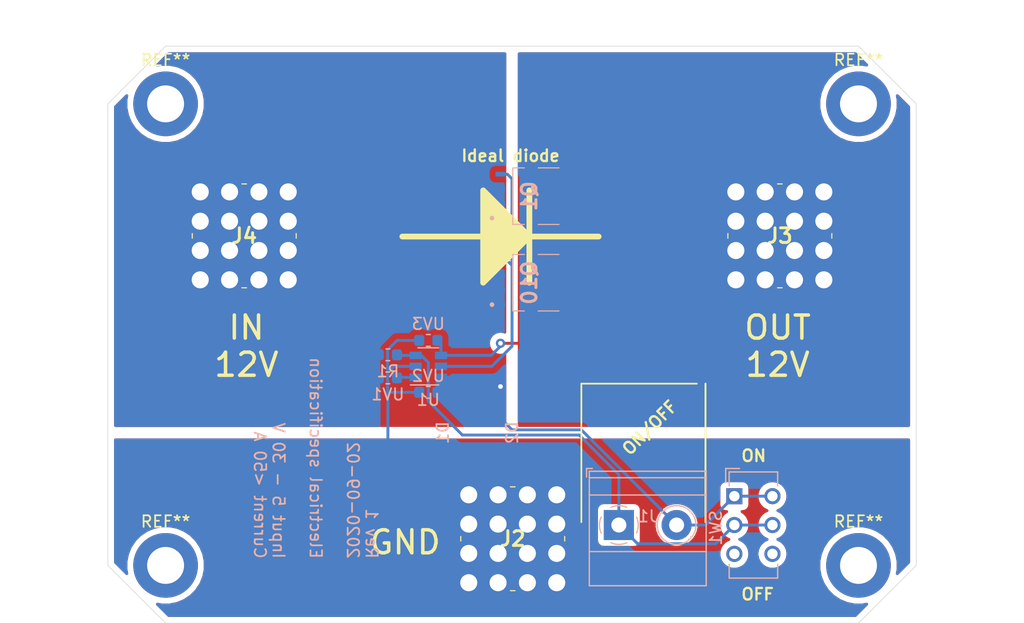
<source format=kicad_pcb>
(kicad_pcb (version 20171130) (host pcbnew "(5.1.6)-1")

  (general
    (thickness 1.6)
    (drawings 23)
    (tracks 52)
    (zones 0)
    (modules 18)
    (nets 7)
  )

  (page A4)
  (layers
    (0 F.Cu signal)
    (31 B.Cu signal)
    (32 B.Adhes user)
    (33 F.Adhes user)
    (34 B.Paste user)
    (35 F.Paste user)
    (36 B.SilkS user)
    (37 F.SilkS user)
    (38 B.Mask user)
    (39 F.Mask user)
    (40 Dwgs.User user)
    (41 Cmts.User user)
    (42 Eco1.User user)
    (43 Eco2.User user)
    (44 Edge.Cuts user)
    (45 Margin user)
    (46 B.CrtYd user)
    (47 F.CrtYd user)
    (48 B.Fab user)
    (49 F.Fab user)
  )

  (setup
    (last_trace_width 0.25)
    (user_trace_width 0.5)
    (user_trace_width 1)
    (user_trace_width 1.5)
    (user_trace_width 2.5)
    (user_trace_width 3)
    (user_trace_width 3.5)
    (user_trace_width 5)
    (user_trace_width 7.5)
    (trace_clearance 0.2)
    (zone_clearance 0.508)
    (zone_45_only no)
    (trace_min 0.2)
    (via_size 0.8)
    (via_drill 0.4)
    (via_min_size 0.4)
    (via_min_drill 0.3)
    (user_via 0.6 0.3)
    (uvia_size 0.3)
    (uvia_drill 0.1)
    (uvias_allowed no)
    (uvia_min_size 0.2)
    (uvia_min_drill 0.1)
    (edge_width 0.05)
    (segment_width 0.2)
    (pcb_text_width 0.3)
    (pcb_text_size 1.5 1.5)
    (mod_edge_width 0.12)
    (mod_text_size 1 1)
    (mod_text_width 0.15)
    (pad_size 1.524 1.524)
    (pad_drill 0.762)
    (pad_to_mask_clearance 0.051)
    (solder_mask_min_width 0.25)
    (aux_axis_origin 0 0)
    (visible_elements 7FFFFFFF)
    (pcbplotparams
      (layerselection 0x010fc_ffffffff)
      (usegerberextensions false)
      (usegerberattributes true)
      (usegerberadvancedattributes true)
      (creategerberjobfile true)
      (excludeedgelayer true)
      (linewidth 0.100000)
      (plotframeref false)
      (viasonmask false)
      (mode 1)
      (useauxorigin false)
      (hpglpennumber 1)
      (hpglpenspeed 20)
      (hpglpendiameter 15.000000)
      (psnegative false)
      (psa4output false)
      (plotreference false)
      (plotvalue false)
      (plotinvisibletext false)
      (padsonsilk false)
      (subtractmaskfromsilk false)
      (outputformat 1)
      (mirror false)
      (drillshape 0)
      (scaleselection 1)
      (outputdirectory "../gerber/"))
  )

  (net 0 "")
  (net 1 GND)
  (net 2 12V_out)
  (net 3 12V_in)
  (net 4 "Net-(U1-Pad1)")
  (net 5 Gate)
  (net 6 "Net-(J1-Pad1)")

  (net_class Default "This is the default net class."
    (clearance 0.2)
    (trace_width 0.25)
    (via_dia 0.8)
    (via_drill 0.4)
    (uvia_dia 0.3)
    (uvia_drill 0.1)
    (add_net 12V_in)
    (add_net 12V_out)
    (add_net GND)
    (add_net Gate)
    (add_net "Net-(J1-Pad1)")
    (add_net "Net-(U1-Pad1)")
  )

  (module MountingHole:MountingHole_3.2mm_M3_DIN965_Pad (layer F.Cu) (tedit 56D1B4CB) (tstamp 5F4F8465)
    (at 162 151)
    (descr "Mounting Hole 3.2mm, M3, DIN965")
    (tags "mounting hole 3.2mm m3 din965")
    (attr virtual)
    (fp_text reference REF** (at 0 -3.8) (layer F.SilkS)
      (effects (font (size 1 1) (thickness 0.15)))
    )
    (fp_text value MountingHole_3.2mm_M3_DIN965_Pad (at 0 3.8) (layer F.Fab)
      (effects (font (size 1 1) (thickness 0.15)))
    )
    (fp_circle (center 0 0) (end 3.05 0) (layer F.CrtYd) (width 0.05))
    (fp_circle (center 0 0) (end 2.8 0) (layer Cmts.User) (width 0.15))
    (fp_text user %R (at 0.3 0) (layer F.Fab)
      (effects (font (size 1 1) (thickness 0.15)))
    )
    (pad 1 thru_hole circle (at 0 0) (size 5.6 5.6) (drill 3.2) (layers *.Cu *.Mask))
  )

  (module Diode_SMD:D_SMB (layer B.Cu) (tedit 5F413DFA) (tstamp 5F419CBE)
    (at 135 139.5 270)
    (descr "Diode SMB (DO-214AA)")
    (tags "Diode SMB (DO-214AA)")
    (path /5F41AC7B)
    (attr smd)
    (fp_text reference D2 (at 0 3 270) (layer B.SilkS)
      (effects (font (size 1 1) (thickness 0.15)) (justify mirror))
    )
    (fp_text value D_TVS (at 0 -3.1 270) (layer B.Fab)
      (effects (font (size 1 1) (thickness 0.15)) (justify mirror))
    )
    (fp_line (start -0.64944 -0.00102) (end 0.50118 0.79908) (layer B.Fab) (width 0.1))
    (fp_line (start -0.64944 -0.00102) (end 0.50118 -0.75032) (layer B.Fab) (width 0.1))
    (fp_line (start 0.50118 -0.75032) (end 0.50118 0.79908) (layer B.Fab) (width 0.1))
    (fp_line (start -0.64944 0.79908) (end -0.64944 -0.80112) (layer B.Fab) (width 0.1))
    (fp_line (start 0.50118 -0.00102) (end 1.4994 -0.00102) (layer B.Fab) (width 0.1))
    (fp_line (start -0.64944 -0.00102) (end -1.55114 -0.00102) (layer B.Fab) (width 0.1))
    (fp_line (start -3.65 -2.25) (end -3.65 2.25) (layer B.CrtYd) (width 0.05))
    (fp_line (start 3.65 -2.25) (end -3.65 -2.25) (layer B.CrtYd) (width 0.05))
    (fp_line (start 3.65 2.25) (end 3.65 -2.25) (layer B.CrtYd) (width 0.05))
    (fp_line (start -3.65 2.25) (end 3.65 2.25) (layer B.CrtYd) (width 0.05))
    (fp_line (start 2.3 2) (end -2.3 2) (layer B.Fab) (width 0.1))
    (fp_line (start 2.3 2) (end 2.3 -2) (layer B.Fab) (width 0.1))
    (fp_line (start -2.3 -2) (end -2.3 2) (layer B.Fab) (width 0.1))
    (fp_line (start 2.3 -2) (end -2.3 -2) (layer B.Fab) (width 0.1))
    (fp_text user %R (at 0 3 270) (layer B.Fab)
      (effects (font (size 1 1) (thickness 0.15)) (justify mirror))
    )
    (pad 2 smd rect (at 2.15 0 270) (size 2.5 2.3) (layers B.Cu B.Paste B.Mask)
      (net 1 GND))
    (pad 1 smd rect (at -2.15 0 270) (size 2.5 2.3) (layers B.Cu B.Paste B.Mask)
      (net 2 12V_out))
    (model ${KISYS3DMOD}/Diode_SMD.3dshapes/D_SMB.wrl
      (at (xyz 0 0 0))
      (scale (xyz 1 1 1))
      (rotate (xyz 0 0 0))
    )
  )

  (module Diode_SMD:D_SMB (layer B.Cu) (tedit 5F413DE7) (tstamp 5F419CA6)
    (at 129 139.5 270)
    (descr "Diode SMB (DO-214AA)")
    (tags "Diode SMB (DO-214AA)")
    (path /5F41A7E6)
    (attr smd)
    (fp_text reference D1 (at 0 3 270) (layer B.SilkS)
      (effects (font (size 1 1) (thickness 0.15)) (justify mirror))
    )
    (fp_text value D_TVS (at 0 -3.1 270) (layer B.Fab)
      (effects (font (size 1 1) (thickness 0.15)) (justify mirror))
    )
    (fp_line (start 2.3 -2) (end -2.3 -2) (layer B.Fab) (width 0.1))
    (fp_line (start -2.3 -2) (end -2.3 2) (layer B.Fab) (width 0.1))
    (fp_line (start 2.3 2) (end 2.3 -2) (layer B.Fab) (width 0.1))
    (fp_line (start 2.3 2) (end -2.3 2) (layer B.Fab) (width 0.1))
    (fp_line (start -3.65 2.25) (end 3.65 2.25) (layer B.CrtYd) (width 0.05))
    (fp_line (start 3.65 2.25) (end 3.65 -2.25) (layer B.CrtYd) (width 0.05))
    (fp_line (start 3.65 -2.25) (end -3.65 -2.25) (layer B.CrtYd) (width 0.05))
    (fp_line (start -3.65 -2.25) (end -3.65 2.25) (layer B.CrtYd) (width 0.05))
    (fp_line (start -0.64944 -0.00102) (end -1.55114 -0.00102) (layer B.Fab) (width 0.1))
    (fp_line (start 0.50118 -0.00102) (end 1.4994 -0.00102) (layer B.Fab) (width 0.1))
    (fp_line (start -0.64944 0.79908) (end -0.64944 -0.80112) (layer B.Fab) (width 0.1))
    (fp_line (start 0.50118 -0.75032) (end 0.50118 0.79908) (layer B.Fab) (width 0.1))
    (fp_line (start -0.64944 -0.00102) (end 0.50118 -0.75032) (layer B.Fab) (width 0.1))
    (fp_line (start -0.64944 -0.00102) (end 0.50118 0.79908) (layer B.Fab) (width 0.1))
    (fp_text user %R (at 0 3 270) (layer B.Fab)
      (effects (font (size 1 1) (thickness 0.15)) (justify mirror))
    )
    (pad 1 smd rect (at -2.15 0 270) (size 2.5 2.3) (layers B.Cu B.Paste B.Mask)
      (net 3 12V_in))
    (pad 2 smd rect (at 2.15 0 270) (size 2.5 2.3) (layers B.Cu B.Paste B.Mask)
      (net 1 GND))
    (model ${KISYS3DMOD}/Diode_SMD.3dshapes/D_SMB.wrl
      (at (xyz 0 0 0))
      (scale (xyz 1 1 1))
      (rotate (xyz 0 0 0))
    )
  )

  (module Button_Switch_THT:SW_CuK_JS202011CQN_DPDT_Straight (layer B.Cu) (tedit 5F413993) (tstamp 5F4197D4)
    (at 151.25 145 270)
    (descr "CuK sub miniature slide switch, JS series, DPDT, right angle, http://www.ckswitches.com/media/1422/js.pdf")
    (tags "switch DPDT")
    (path /5F413EF8)
    (fp_text reference SW1 (at 2.75 1.6 270) (layer B.SilkS)
      (effects (font (size 1 1) (thickness 0.15)) (justify mirror))
    )
    (fp_text value SW_DIP_x01 (at 3 -5 270) (layer B.Fab)
      (effects (font (size 1 1) (thickness 0.15)) (justify mirror))
    )
    (fp_line (start -1 0.35) (end -2 -0.65) (layer B.Fab) (width 0.1))
    (fp_line (start -2.25 -4.25) (end -2.25 0.95) (layer B.CrtYd) (width 0.05))
    (fp_line (start 7.25 -4.25) (end -2.25 -4.25) (layer B.CrtYd) (width 0.05))
    (fp_line (start 7.25 0.95) (end 7.25 -4.25) (layer B.CrtYd) (width 0.05))
    (fp_line (start -2.25 0.95) (end 7.25 0.95) (layer B.CrtYd) (width 0.05))
    (fp_line (start -2.4 0.75) (end -2.4 -0.45) (layer B.SilkS) (width 0.12))
    (fp_line (start -1.2 0.75) (end -2.4 0.75) (layer B.SilkS) (width 0.12))
    (fp_line (start 7.1 -3.75) (end 5.9 -3.75) (layer B.SilkS) (width 0.12))
    (fp_line (start 7.1 0.45) (end 7.1 -3.75) (layer B.SilkS) (width 0.12))
    (fp_line (start 5.9 0.45) (end 7.1 0.45) (layer B.SilkS) (width 0.12))
    (fp_line (start -2.1 -3.75) (end -0.9 -3.75) (layer B.SilkS) (width 0.12))
    (fp_line (start -2.1 0.45) (end -2.1 -3.75) (layer B.SilkS) (width 0.12))
    (fp_line (start -0.9 0.45) (end -2.1 0.45) (layer B.SilkS) (width 0.12))
    (fp_line (start -2 -3.65) (end -2 -0.65) (layer B.Fab) (width 0.1))
    (fp_line (start 7 -3.65) (end -2 -3.65) (layer B.Fab) (width 0.1))
    (fp_line (start 7 0.35) (end 7 -3.65) (layer B.Fab) (width 0.1))
    (fp_line (start -1 0.35) (end 7 0.35) (layer B.Fab) (width 0.1))
    (fp_text user %R (at 2 -1.65 270) (layer B.Fab)
      (effects (font (size 1 1) (thickness 0.15)) (justify mirror))
    )
    (pad 1 thru_hole rect (at 0 0 270) (size 1.4 1.4) (drill 0.9) (layers *.Cu *.Mask)
      (net 3 12V_in))
    (pad 2 thru_hole circle (at 2.5 0 270) (size 1.4 1.4) (drill 0.9) (layers *.Cu *.Mask)
      (net 6 "Net-(J1-Pad1)"))
    (pad 3 thru_hole circle (at 5 0 270) (size 1.4 1.4) (drill 0.9) (layers *.Cu *.Mask))
    (pad 1 thru_hole circle (at 0 -3.3 270) (size 1.4 1.4) (drill 0.9) (layers *.Cu *.Mask)
      (net 3 12V_in))
    (pad 2 thru_hole circle (at 2.5 -3.3 270) (size 1.4 1.4) (drill 0.9) (layers *.Cu *.Mask)
      (net 6 "Net-(J1-Pad1)"))
    (pad 3 thru_hole circle (at 5 -3.3 270) (size 1.4 1.4) (drill 0.9) (layers *.Cu *.Mask))
    (model ${KISYS3DMOD}/Button_Switch_THT.3dshapes/SW_CuK_JS202011CQN_DPDT_Straight.wrl
      (at (xyz 0 0 0))
      (scale (xyz 1 1 1))
      (rotate (xyz 0 0 0))
    )
  )

  (module MountingHole:MountingHole_3.2mm_M3_DIN965_Pad (layer F.Cu) (tedit 56D1B4CB) (tstamp 5F04E89B)
    (at 162 111)
    (descr "Mounting Hole 3.2mm, M3, DIN965")
    (tags "mounting hole 3.2mm m3 din965")
    (attr virtual)
    (fp_text reference REF** (at 0 -3.8) (layer F.SilkS)
      (effects (font (size 1 1) (thickness 0.15)))
    )
    (fp_text value MountingHole_3.2mm_M3_DIN965_Pad (at 0 3.8) (layer F.Fab)
      (effects (font (size 1 1) (thickness 0.15)))
    )
    (fp_circle (center 0 0) (end 3.05 0) (layer F.CrtYd) (width 0.05))
    (fp_circle (center 0 0) (end 2.8 0) (layer Cmts.User) (width 0.15))
    (fp_text user %R (at 0.3 0) (layer F.Fab)
      (effects (font (size 1 1) (thickness 0.15)))
    )
    (pad 1 thru_hole circle (at 0 0) (size 5.6 5.6) (drill 3.2) (layers *.Cu *.Mask))
  )

  (module MountingHole:MountingHole_3.2mm_M3_DIN965_Pad (layer F.Cu) (tedit 56D1B4CB) (tstamp 5F04E89B)
    (at 102 111)
    (descr "Mounting Hole 3.2mm, M3, DIN965")
    (tags "mounting hole 3.2mm m3 din965")
    (attr virtual)
    (fp_text reference REF** (at 0 -3.8) (layer F.SilkS)
      (effects (font (size 1 1) (thickness 0.15)))
    )
    (fp_text value MountingHole_3.2mm_M3_DIN965_Pad (at 0 3.8) (layer F.Fab)
      (effects (font (size 1 1) (thickness 0.15)))
    )
    (fp_circle (center 0 0) (end 3.05 0) (layer F.CrtYd) (width 0.05))
    (fp_circle (center 0 0) (end 2.8 0) (layer Cmts.User) (width 0.15))
    (fp_text user %R (at 0.3 0) (layer F.Fab)
      (effects (font (size 1 1) (thickness 0.15)))
    )
    (pad 1 thru_hole circle (at 0 0) (size 5.6 5.6) (drill 3.2) (layers *.Cu *.Mask))
  )

  (module MountingHole:MountingHole_3.2mm_M3_DIN965_Pad (layer F.Cu) (tedit 56D1B4CB) (tstamp 5F04D818)
    (at 102 151)
    (descr "Mounting Hole 3.2mm, M3, DIN965")
    (tags "mounting hole 3.2mm m3 din965")
    (attr virtual)
    (fp_text reference REF** (at 0 -3.8) (layer F.SilkS)
      (effects (font (size 1 1) (thickness 0.15)))
    )
    (fp_text value MountingHole_3.2mm_M3_DIN965_Pad (at 0 3.8) (layer F.Fab)
      (effects (font (size 1 1) (thickness 0.15)))
    )
    (fp_circle (center 0 0) (end 3.05 0) (layer F.CrtYd) (width 0.05))
    (fp_circle (center 0 0) (end 2.8 0) (layer Cmts.User) (width 0.15))
    (fp_text user %R (at 0.3 0) (layer F.Fab)
      (effects (font (size 1 1) (thickness 0.15)))
    )
    (pad 1 thru_hole circle (at 0 0) (size 5.6 5.6) (drill 3.2) (layers *.Cu *.Mask))
  )

  (module Private:M5_7461383 (layer F.Cu) (tedit 5F033250) (tstamp 5F04D1AE)
    (at 128.25 152.5)
    (descr "WE 7461383-3")
    (tags "Integrated Circuit")
    (path /5F0C5312)
    (fp_text reference J2 (at 3.81 -3.81) (layer F.SilkS)
      (effects (font (size 1.27 1.27) (thickness 0.254)))
    )
    (fp_text value "M5 Ground" (at 3.81 -3.81) (layer F.SilkS) hide
      (effects (font (size 1.27 1.27) (thickness 0.254)))
    )
    (fp_line (start -0.69 -8.31) (end 8.31 -8.31) (layer F.Fab) (width 0.2))
    (fp_line (start 8.31 -8.31) (end 8.31 0.69) (layer F.Fab) (width 0.2))
    (fp_line (start 8.31 0.69) (end -0.69 0.69) (layer F.Fab) (width 0.2))
    (fp_line (start -0.69 0.69) (end -0.69 -8.31) (layer F.Fab) (width 0.2))
    (fp_line (start -2.144 -9.764) (end 9.764 -9.764) (layer F.CrtYd) (width 0.1))
    (fp_line (start 9.764 -9.764) (end 9.764 2.144) (layer F.CrtYd) (width 0.1))
    (fp_line (start 9.764 2.144) (end -2.144 2.144) (layer F.CrtYd) (width 0.1))
    (fp_line (start -2.144 2.144) (end -2.144 -9.764) (layer F.CrtYd) (width 0.1))
    (fp_line (start -0.69 -4.01) (end -0.69 -3.61) (layer F.SilkS) (width 0.1))
    (fp_line (start 3.61 0.69) (end 4.01 0.69) (layer F.SilkS) (width 0.1))
    (fp_line (start 8.31 -4.01) (end 8.31 -3.61) (layer F.SilkS) (width 0.1))
    (fp_line (start 3.61 -8.31) (end 4.01 -8.31) (layer F.SilkS) (width 0.1))
    (fp_text user %R (at 3.81 -3.81) (layer F.Fab)
      (effects (font (size 1.27 1.27) (thickness 0.254)))
    )
    (pad 1 thru_hole circle (at 0 0) (size 2.2 2.2) (drill 1.475) (layers *.Cu *.Mask)
      (net 1 GND))
    (pad 1 thru_hole circle (at 2.54 0) (size 2.2 2.2) (drill 1.475) (layers *.Cu *.Mask)
      (net 1 GND))
    (pad 1 thru_hole circle (at 5.08 0) (size 2.2 2.2) (drill 1.475) (layers *.Cu *.Mask)
      (net 1 GND))
    (pad 1 thru_hole circle (at 7.62 0) (size 2.2 2.2) (drill 1.475) (layers *.Cu *.Mask)
      (net 1 GND))
    (pad 1 thru_hole circle (at 0 -2.54) (size 2.2 2.2) (drill 1.475) (layers *.Cu *.Mask)
      (net 1 GND))
    (pad 1 thru_hole circle (at 2.54 -2.54) (size 2.2 2.2) (drill 1.475) (layers *.Cu *.Mask)
      (net 1 GND))
    (pad 1 thru_hole circle (at 5.08 -2.54) (size 2.2 2.2) (drill 1.475) (layers *.Cu *.Mask)
      (net 1 GND))
    (pad 1 thru_hole circle (at 7.62 -2.54) (size 2.2 2.2) (drill 1.475) (layers *.Cu *.Mask)
      (net 1 GND))
    (pad 1 thru_hole circle (at 0 -5.08) (size 2.2 2.2) (drill 1.475) (layers *.Cu *.Mask)
      (net 1 GND))
    (pad 1 thru_hole circle (at 2.54 -5.08) (size 2.2 2.2) (drill 1.475) (layers *.Cu *.Mask)
      (net 1 GND))
    (pad 1 thru_hole circle (at 5.08 -5.08) (size 2.2 2.2) (drill 1.475) (layers *.Cu *.Mask)
      (net 1 GND))
    (pad 1 thru_hole circle (at 7.62 -5.08) (size 2.2 2.2) (drill 1.475) (layers *.Cu *.Mask)
      (net 1 GND))
    (pad 1 thru_hole circle (at 0 -7.62) (size 2.2 2.2) (drill 1.475) (layers *.Cu *.Mask)
      (net 1 GND))
    (pad 1 thru_hole circle (at 2.54 -7.62 90) (size 2.2 2.2) (drill 1.475) (layers *.Cu *.Mask)
      (net 1 GND))
    (pad 1 thru_hole circle (at 5.08 -7.62) (size 2.2 2.2) (drill 1.475) (layers *.Cu *.Mask)
      (net 1 GND))
    (pad 1 thru_hole circle (at 7.62 -7.62 90) (size 2.2 2.2) (drill 1.475) (layers *.Cu *.Mask)
      (net 1 GND))
    (model ${PRIVATE_LIB}/packages3d/connectors.3dshapes/M5_7461383_rev1.stp
      (offset (xyz 4 4 0))
      (scale (xyz 1 1 1))
      (rotate (xyz 0 0 0))
    )
  )

  (module Package_TO_SOT_SMD:SOT-23-6 (layer B.Cu) (tedit 5A02FF57) (tstamp 5F3BDBFF)
    (at 124.75 133.75)
    (descr "6-pin SOT-23 package")
    (tags SOT-23-6)
    (path /5F3BB6D5)
    (attr smd)
    (fp_text reference U1 (at 0 2.9) (layer B.SilkS)
      (effects (font (size 1 1) (thickness 0.15)) (justify mirror))
    )
    (fp_text value LM74700 (at 0 -2.9) (layer B.Fab)
      (effects (font (size 1 1) (thickness 0.15)) (justify mirror))
    )
    (fp_line (start 0.9 1.55) (end 0.9 -1.55) (layer B.Fab) (width 0.1))
    (fp_line (start 0.9 -1.55) (end -0.9 -1.55) (layer B.Fab) (width 0.1))
    (fp_line (start -0.9 0.9) (end -0.9 -1.55) (layer B.Fab) (width 0.1))
    (fp_line (start 0.9 1.55) (end -0.25 1.55) (layer B.Fab) (width 0.1))
    (fp_line (start -0.9 0.9) (end -0.25 1.55) (layer B.Fab) (width 0.1))
    (fp_line (start -1.9 1.8) (end -1.9 -1.8) (layer B.CrtYd) (width 0.05))
    (fp_line (start -1.9 -1.8) (end 1.9 -1.8) (layer B.CrtYd) (width 0.05))
    (fp_line (start 1.9 -1.8) (end 1.9 1.8) (layer B.CrtYd) (width 0.05))
    (fp_line (start 1.9 1.8) (end -1.9 1.8) (layer B.CrtYd) (width 0.05))
    (fp_line (start 0.9 1.61) (end -1.55 1.61) (layer B.SilkS) (width 0.12))
    (fp_line (start -0.9 -1.61) (end 0.9 -1.61) (layer B.SilkS) (width 0.12))
    (fp_text user %R (at 0 0 -90) (layer B.Fab)
      (effects (font (size 0.5 0.5) (thickness 0.075)) (justify mirror))
    )
    (pad 1 smd rect (at -1.1 0.95) (size 1.06 0.65) (layers B.Cu B.Paste B.Mask)
      (net 4 "Net-(U1-Pad1)"))
    (pad 2 smd rect (at -1.1 0) (size 1.06 0.65) (layers B.Cu B.Paste B.Mask)
      (net 1 GND))
    (pad 3 smd rect (at -1.1 -0.95) (size 1.06 0.65) (layers B.Cu B.Paste B.Mask)
      (net 6 "Net-(J1-Pad1)"))
    (pad 4 smd rect (at 1.1 -0.95) (size 1.06 0.65) (layers B.Cu B.Paste B.Mask)
      (net 2 12V_out))
    (pad 6 smd rect (at 1.1 0.95) (size 1.06 0.65) (layers B.Cu B.Paste B.Mask)
      (net 3 12V_in))
    (pad 5 smd rect (at 1.1 0) (size 1.06 0.65) (layers B.Cu B.Paste B.Mask)
      (net 5 Gate))
    (model ${KISYS3DMOD}/Package_TO_SOT_SMD.3dshapes/SOT-23-6.wrl
      (at (xyz 0 0 0))
      (scale (xyz 1 1 1))
      (rotate (xyz 0 0 0))
    )
  )

  (module Capacitor_SMD:C_0603_1608Metric (layer B.Cu) (tedit 5B301BBE) (tstamp 5F3BDC10)
    (at 121.25 134.75)
    (descr "Capacitor SMD 0603 (1608 Metric), square (rectangular) end terminal, IPC_7351 nominal, (Body size source: http://www.tortai-tech.com/upload/download/2011102023233369053.pdf), generated with kicad-footprint-generator")
    (tags capacitor)
    (path /5F3C441D)
    (attr smd)
    (fp_text reference UV1 (at 0 1.43) (layer B.SilkS)
      (effects (font (size 1 1) (thickness 0.15)) (justify mirror))
    )
    (fp_text value F (at 0 -1.43) (layer B.Fab)
      (effects (font (size 1 1) (thickness 0.15)) (justify mirror))
    )
    (fp_line (start 1.48 -0.73) (end -1.48 -0.73) (layer B.CrtYd) (width 0.05))
    (fp_line (start 1.48 0.73) (end 1.48 -0.73) (layer B.CrtYd) (width 0.05))
    (fp_line (start -1.48 0.73) (end 1.48 0.73) (layer B.CrtYd) (width 0.05))
    (fp_line (start -1.48 -0.73) (end -1.48 0.73) (layer B.CrtYd) (width 0.05))
    (fp_line (start -0.162779 -0.51) (end 0.162779 -0.51) (layer B.SilkS) (width 0.12))
    (fp_line (start -0.162779 0.51) (end 0.162779 0.51) (layer B.SilkS) (width 0.12))
    (fp_line (start 0.8 -0.4) (end -0.8 -0.4) (layer B.Fab) (width 0.1))
    (fp_line (start 0.8 0.4) (end 0.8 -0.4) (layer B.Fab) (width 0.1))
    (fp_line (start -0.8 0.4) (end 0.8 0.4) (layer B.Fab) (width 0.1))
    (fp_line (start -0.8 -0.4) (end -0.8 0.4) (layer B.Fab) (width 0.1))
    (fp_text user %R (at 0 0) (layer B.Fab)
      (effects (font (size 0.4 0.4) (thickness 0.06)) (justify mirror))
    )
    (pad 1 smd roundrect (at -0.7875 0) (size 0.875 0.95) (layers B.Cu B.Paste B.Mask) (roundrect_rratio 0.25)
      (net 3 12V_in))
    (pad 2 smd roundrect (at 0.7875 0) (size 0.875 0.95) (layers B.Cu B.Paste B.Mask) (roundrect_rratio 0.25)
      (net 4 "Net-(U1-Pad1)"))
    (model ${KISYS3DMOD}/Capacitor_SMD.3dshapes/C_0603_1608Metric.wrl
      (at (xyz 0 0 0))
      (scale (xyz 1 1 1))
      (rotate (xyz 0 0 0))
    )
  )

  (module Private:M5_7461383 (layer F.Cu) (tedit 5F046E17) (tstamp 5F3BDDA4)
    (at 151.38 126.25)
    (descr "WE 7461383-3")
    (tags "Integrated Circuit")
    (path /5F03A2F4)
    (fp_text reference J3 (at 3.81 -3.81) (layer F.SilkS)
      (effects (font (size 1.27 1.27) (thickness 0.254)))
    )
    (fp_text value "M5 Output" (at 3.81 -3.81) (layer F.SilkS) hide
      (effects (font (size 1.27 1.27) (thickness 0.254)))
    )
    (fp_line (start 3.61 -8.31) (end 4.01 -8.31) (layer F.SilkS) (width 0.1))
    (fp_line (start 8.31 -4.01) (end 8.31 -3.61) (layer F.SilkS) (width 0.1))
    (fp_line (start 3.61 0.69) (end 4.01 0.69) (layer F.SilkS) (width 0.1))
    (fp_line (start -0.69 -4.01) (end -0.69 -3.61) (layer F.SilkS) (width 0.1))
    (fp_line (start -2.144 2.144) (end -2.144 -9.764) (layer F.CrtYd) (width 0.1))
    (fp_line (start 9.764 2.144) (end -2.144 2.144) (layer F.CrtYd) (width 0.1))
    (fp_line (start 9.764 -9.764) (end 9.764 2.144) (layer F.CrtYd) (width 0.1))
    (fp_line (start -2.144 -9.764) (end 9.764 -9.764) (layer F.CrtYd) (width 0.1))
    (fp_line (start -0.69 0.69) (end -0.69 -8.31) (layer F.Fab) (width 0.2))
    (fp_line (start 8.31 0.69) (end -0.69 0.69) (layer F.Fab) (width 0.2))
    (fp_line (start 8.31 -8.31) (end 8.31 0.69) (layer F.Fab) (width 0.2))
    (fp_line (start -0.69 -8.31) (end 8.31 -8.31) (layer F.Fab) (width 0.2))
    (fp_text user %R (at 3.81 -3.81) (layer F.Fab)
      (effects (font (size 1.27 1.27) (thickness 0.254)))
    )
    (pad 1 thru_hole circle (at 0 0) (size 2.2 2.2) (drill 1.475) (layers *.Cu *.Mask)
      (net 2 12V_out))
    (pad 1 thru_hole circle (at 2.54 0) (size 2.2 2.2) (drill 1.475) (layers *.Cu *.Mask)
      (net 2 12V_out))
    (pad 1 thru_hole circle (at 5.08 0) (size 2.2 2.2) (drill 1.475) (layers *.Cu *.Mask)
      (net 2 12V_out))
    (pad 1 thru_hole circle (at 7.62 0) (size 2.2 2.2) (drill 1.475) (layers *.Cu *.Mask)
      (net 2 12V_out))
    (pad 1 thru_hole circle (at 0 -2.54) (size 2.2 2.2) (drill 1.475) (layers *.Cu *.Mask)
      (net 2 12V_out))
    (pad 1 thru_hole circle (at 2.54 -2.54) (size 2.2 2.2) (drill 1.475) (layers *.Cu *.Mask)
      (net 2 12V_out))
    (pad 1 thru_hole circle (at 5.08 -2.54) (size 2.2 2.2) (drill 1.475) (layers *.Cu *.Mask)
      (net 2 12V_out))
    (pad 1 thru_hole circle (at 7.62 -2.54) (size 2.2 2.2) (drill 1.475) (layers *.Cu *.Mask)
      (net 2 12V_out))
    (pad 1 thru_hole circle (at 0 -5.08) (size 2.2 2.2) (drill 1.475) (layers *.Cu *.Mask)
      (net 2 12V_out))
    (pad 1 thru_hole circle (at 2.54 -5.08) (size 2.2 2.2) (drill 1.475) (layers *.Cu *.Mask)
      (net 2 12V_out))
    (pad 1 thru_hole circle (at 5.08 -5.08) (size 2.2 2.2) (drill 1.475) (layers *.Cu *.Mask)
      (net 2 12V_out))
    (pad 1 thru_hole circle (at 7.62 -5.08) (size 2.2 2.2) (drill 1.475) (layers *.Cu *.Mask)
      (net 2 12V_out))
    (pad 1 thru_hole circle (at 0 -7.62) (size 2.2 2.2) (drill 1.475) (layers *.Cu *.Mask)
      (net 2 12V_out))
    (pad 1 thru_hole circle (at 2.54 -7.62 90) (size 2.2 2.2) (drill 1.475) (layers *.Cu *.Mask)
      (net 2 12V_out))
    (pad 1 thru_hole circle (at 5.08 -7.62) (size 2.2 2.2) (drill 1.475) (layers *.Cu *.Mask)
      (net 2 12V_out))
    (pad 1 thru_hole circle (at 7.62 -7.62 90) (size 2.2 2.2) (drill 1.475) (layers *.Cu *.Mask)
      (net 2 12V_out))
    (model ${PRIVATE_LIB}/packages3d/connectors.3dshapes/M5_7461383_rev1.stp
      (offset (xyz 4 4 0))
      (scale (xyz 1 1 1))
      (rotate (xyz 0 0 0))
    )
  )

  (module Private:M5_7461383 (layer F.Cu) (tedit 5F046E17) (tstamp 5F3BDDC5)
    (at 105 126.25)
    (descr "WE 7461383-3")
    (tags "Integrated Circuit")
    (path /5F03A872)
    (fp_text reference J4 (at 3.81 -3.81) (layer F.SilkS)
      (effects (font (size 1.27 1.27) (thickness 0.254)))
    )
    (fp_text value "M5 Output" (at 3.81 -3.81) (layer F.SilkS) hide
      (effects (font (size 1.27 1.27) (thickness 0.254)))
    )
    (fp_line (start -0.69 -8.31) (end 8.31 -8.31) (layer F.Fab) (width 0.2))
    (fp_line (start 8.31 -8.31) (end 8.31 0.69) (layer F.Fab) (width 0.2))
    (fp_line (start 8.31 0.69) (end -0.69 0.69) (layer F.Fab) (width 0.2))
    (fp_line (start -0.69 0.69) (end -0.69 -8.31) (layer F.Fab) (width 0.2))
    (fp_line (start -2.144 -9.764) (end 9.764 -9.764) (layer F.CrtYd) (width 0.1))
    (fp_line (start 9.764 -9.764) (end 9.764 2.144) (layer F.CrtYd) (width 0.1))
    (fp_line (start 9.764 2.144) (end -2.144 2.144) (layer F.CrtYd) (width 0.1))
    (fp_line (start -2.144 2.144) (end -2.144 -9.764) (layer F.CrtYd) (width 0.1))
    (fp_line (start -0.69 -4.01) (end -0.69 -3.61) (layer F.SilkS) (width 0.1))
    (fp_line (start 3.61 0.69) (end 4.01 0.69) (layer F.SilkS) (width 0.1))
    (fp_line (start 8.31 -4.01) (end 8.31 -3.61) (layer F.SilkS) (width 0.1))
    (fp_line (start 3.61 -8.31) (end 4.01 -8.31) (layer F.SilkS) (width 0.1))
    (fp_text user %R (at 3.81 -3.81) (layer F.Fab)
      (effects (font (size 1.27 1.27) (thickness 0.254)))
    )
    (pad 1 thru_hole circle (at 7.62 -7.62 90) (size 2.2 2.2) (drill 1.475) (layers *.Cu *.Mask)
      (net 3 12V_in))
    (pad 1 thru_hole circle (at 5.08 -7.62) (size 2.2 2.2) (drill 1.475) (layers *.Cu *.Mask)
      (net 3 12V_in))
    (pad 1 thru_hole circle (at 2.54 -7.62 90) (size 2.2 2.2) (drill 1.475) (layers *.Cu *.Mask)
      (net 3 12V_in))
    (pad 1 thru_hole circle (at 0 -7.62) (size 2.2 2.2) (drill 1.475) (layers *.Cu *.Mask)
      (net 3 12V_in))
    (pad 1 thru_hole circle (at 7.62 -5.08) (size 2.2 2.2) (drill 1.475) (layers *.Cu *.Mask)
      (net 3 12V_in))
    (pad 1 thru_hole circle (at 5.08 -5.08) (size 2.2 2.2) (drill 1.475) (layers *.Cu *.Mask)
      (net 3 12V_in))
    (pad 1 thru_hole circle (at 2.54 -5.08) (size 2.2 2.2) (drill 1.475) (layers *.Cu *.Mask)
      (net 3 12V_in))
    (pad 1 thru_hole circle (at 0 -5.08) (size 2.2 2.2) (drill 1.475) (layers *.Cu *.Mask)
      (net 3 12V_in))
    (pad 1 thru_hole circle (at 7.62 -2.54) (size 2.2 2.2) (drill 1.475) (layers *.Cu *.Mask)
      (net 3 12V_in))
    (pad 1 thru_hole circle (at 5.08 -2.54) (size 2.2 2.2) (drill 1.475) (layers *.Cu *.Mask)
      (net 3 12V_in))
    (pad 1 thru_hole circle (at 2.54 -2.54) (size 2.2 2.2) (drill 1.475) (layers *.Cu *.Mask)
      (net 3 12V_in))
    (pad 1 thru_hole circle (at 0 -2.54) (size 2.2 2.2) (drill 1.475) (layers *.Cu *.Mask)
      (net 3 12V_in))
    (pad 1 thru_hole circle (at 7.62 0) (size 2.2 2.2) (drill 1.475) (layers *.Cu *.Mask)
      (net 3 12V_in))
    (pad 1 thru_hole circle (at 5.08 0) (size 2.2 2.2) (drill 1.475) (layers *.Cu *.Mask)
      (net 3 12V_in))
    (pad 1 thru_hole circle (at 2.54 0) (size 2.2 2.2) (drill 1.475) (layers *.Cu *.Mask)
      (net 3 12V_in))
    (pad 1 thru_hole circle (at 0 0) (size 2.2 2.2) (drill 1.475) (layers *.Cu *.Mask)
      (net 3 12V_in))
    (model ${PRIVATE_LIB}/packages3d/connectors.3dshapes/M5_7461383_rev1.stp
      (offset (xyz 4 4 0))
      (scale (xyz 1 1 1))
      (rotate (xyz 0 0 0))
    )
  )

  (module mosfet:SQJA72EPT1_GE3 (layer B.Cu) (tedit 5F03774E) (tstamp 5F3BE20A)
    (at 132.065 126.5 90)
    (descr "PowerPAK SO-8L Single")
    (tags "MOSFET (N-Channel)")
    (path /5F077BF2)
    (attr smd)
    (fp_text reference Q10 (at 0 1.43 -90) (layer B.SilkS)
      (effects (font (size 1.27 1.27) (thickness 0.254)) (justify mirror))
    )
    (fp_text value Q_NMOS_SGD (at 0 1.43 -90) (layer B.SilkS) hide
      (effects (font (size 1.27 1.27) (thickness 0.254)) (justify mirror))
    )
    (fp_line (start -1.8 -1.8) (end -1.8 -1.8) (layer B.SilkS) (width 0.2))
    (fp_line (start -2 -1.8) (end -2 -1.8) (layer B.SilkS) (width 0.2))
    (fp_line (start 2.45 4) (end 2.45 2.2) (layer B.SilkS) (width 0.1))
    (fp_line (start 2.45 0) (end 2.45 1) (layer B.SilkS) (width 0.1))
    (fp_line (start -2.45 0) (end 2.45 0) (layer B.SilkS) (width 0.1))
    (fp_line (start -2.45 1) (end -2.45 0) (layer B.SilkS) (width 0.1))
    (fp_line (start -2.45 4) (end -2.45 2.2) (layer B.SilkS) (width 0.1))
    (fp_line (start -3.626 -2.9) (end -3.626 5.76) (layer B.CrtYd) (width 0.1))
    (fp_line (start 3.625 -2.9) (end -3.626 -2.9) (layer B.CrtYd) (width 0.1))
    (fp_line (start 3.625 5.76) (end 3.625 -2.9) (layer B.CrtYd) (width 0.1))
    (fp_line (start -3.626 5.76) (end 3.625 5.76) (layer B.CrtYd) (width 0.1))
    (fp_line (start -2.45 0) (end -2.45 4.37) (layer B.Fab) (width 0.2))
    (fp_line (start 2.45 0) (end -2.45 0) (layer B.Fab) (width 0.2))
    (fp_line (start 2.45 4.37) (end 2.45 0) (layer B.Fab) (width 0.2))
    (fp_line (start -2.45 4.37) (end 2.45 4.37) (layer B.Fab) (width 0.2))
    (fp_text user %R (at 0 1.43 -90) (layer B.Fab)
      (effects (font (size 1.27 1.27) (thickness 0.254)) (justify mirror))
    )
    (fp_arc (start -1.9 -1.8) (end -2 -1.8) (angle -180) (layer B.SilkS) (width 0.2))
    (fp_arc (start -1.9 -1.8) (end -1.8 -1.8) (angle -180) (layer B.SilkS) (width 0.2))
    (pad 1 smd rect (at -1.905 -1.081 90) (size 0.41 0.82) (layers B.Cu B.Paste B.Mask)
      (net 3 12V_in))
    (pad 1 smd rect (at -0.635 -1.081 90) (size 0.41 0.82) (layers B.Cu B.Paste B.Mask)
      (net 3 12V_in))
    (pad 1 smd rect (at 0.635 -1.081 90) (size 0.41 0.82) (layers B.Cu B.Paste B.Mask)
      (net 3 12V_in))
    (pad 2 smd rect (at 1.905 -1.081 90) (size 0.41 0.82) (layers B.Cu B.Paste B.Mask)
      (net 5 Gate))
    (pad 3 smd rect (at 0 2.435) (size 3.63 4.061) (layers B.Cu B.Paste B.Mask)
      (net 2 12V_out))
    (pad 3 smd rect (at -2.328 1.634 90) (size 0.595 0.61) (layers B.Cu B.Paste B.Mask)
      (net 2 12V_out))
    (pad 3 smd rect (at 2.328 1.634 90) (size 0.595 0.61) (layers B.Cu B.Paste B.Mask)
      (net 2 12V_out))
    (pad 3 smd rect (at 0 4.505) (size 0.51 5) (layers B.Cu B.Paste B.Mask)
      (net 2 12V_out))
    (model ${PRIVATE_LIB}/packages3d/mosfet.3dshapes/PowerPAK_SO-8L_SINGLE.STEP
      (offset (xyz 0 2 0))
      (scale (xyz 1 1 1))
      (rotate (xyz -90 0 90))
    )
  )

  (module mosfet:SQJA72EPT1_GE3 (layer B.Cu) (tedit 5F03774E) (tstamp 5F3BE4BD)
    (at 132.065 119 90)
    (descr "PowerPAK SO-8L Single")
    (tags "MOSFET (N-Channel)")
    (path /5F3D7C96)
    (attr smd)
    (fp_text reference Q1 (at 0 1.43 90) (layer B.SilkS)
      (effects (font (size 1.27 1.27) (thickness 0.254)) (justify mirror))
    )
    (fp_text value Q_NMOS_SGD (at 0 1.43 90) (layer B.SilkS) hide
      (effects (font (size 1.27 1.27) (thickness 0.254)) (justify mirror))
    )
    (fp_line (start -1.8 -1.8) (end -1.8 -1.8) (layer B.SilkS) (width 0.2))
    (fp_line (start -2 -1.8) (end -2 -1.8) (layer B.SilkS) (width 0.2))
    (fp_line (start 2.45 4) (end 2.45 2.2) (layer B.SilkS) (width 0.1))
    (fp_line (start 2.45 0) (end 2.45 1) (layer B.SilkS) (width 0.1))
    (fp_line (start -2.45 0) (end 2.45 0) (layer B.SilkS) (width 0.1))
    (fp_line (start -2.45 1) (end -2.45 0) (layer B.SilkS) (width 0.1))
    (fp_line (start -2.45 4) (end -2.45 2.2) (layer B.SilkS) (width 0.1))
    (fp_line (start -3.626 -2.9) (end -3.626 5.76) (layer B.CrtYd) (width 0.1))
    (fp_line (start 3.625 -2.9) (end -3.626 -2.9) (layer B.CrtYd) (width 0.1))
    (fp_line (start 3.625 5.76) (end 3.625 -2.9) (layer B.CrtYd) (width 0.1))
    (fp_line (start -3.626 5.76) (end 3.625 5.76) (layer B.CrtYd) (width 0.1))
    (fp_line (start -2.45 0) (end -2.45 4.37) (layer B.Fab) (width 0.2))
    (fp_line (start 2.45 0) (end -2.45 0) (layer B.Fab) (width 0.2))
    (fp_line (start 2.45 4.37) (end 2.45 0) (layer B.Fab) (width 0.2))
    (fp_line (start -2.45 4.37) (end 2.45 4.37) (layer B.Fab) (width 0.2))
    (fp_text user %R (at 0 1.43 90) (layer B.Fab)
      (effects (font (size 1.27 1.27) (thickness 0.254)) (justify mirror))
    )
    (fp_arc (start -1.9 -1.8) (end -2 -1.8) (angle -180) (layer B.SilkS) (width 0.2))
    (fp_arc (start -1.9 -1.8) (end -1.8 -1.8) (angle -180) (layer B.SilkS) (width 0.2))
    (pad 1 smd rect (at -1.905 -1.081 90) (size 0.41 0.82) (layers B.Cu B.Paste B.Mask)
      (net 3 12V_in))
    (pad 1 smd rect (at -0.635 -1.081 90) (size 0.41 0.82) (layers B.Cu B.Paste B.Mask)
      (net 3 12V_in))
    (pad 1 smd rect (at 0.635 -1.081 90) (size 0.41 0.82) (layers B.Cu B.Paste B.Mask)
      (net 3 12V_in))
    (pad 2 smd rect (at 1.905 -1.081 90) (size 0.41 0.82) (layers B.Cu B.Paste B.Mask)
      (net 5 Gate))
    (pad 3 smd rect (at 0 2.435) (size 3.63 4.061) (layers B.Cu B.Paste B.Mask)
      (net 2 12V_out))
    (pad 3 smd rect (at -2.328 1.634 90) (size 0.595 0.61) (layers B.Cu B.Paste B.Mask)
      (net 2 12V_out))
    (pad 3 smd rect (at 2.328 1.634 90) (size 0.595 0.61) (layers B.Cu B.Paste B.Mask)
      (net 2 12V_out))
    (pad 3 smd rect (at 0 4.505) (size 0.51 5) (layers B.Cu B.Paste B.Mask)
      (net 2 12V_out))
    (model ${PRIVATE_LIB}/packages3d/mosfet.3dshapes/PowerPAK_SO-8L_SINGLE.STEP
      (offset (xyz 0 2 0))
      (scale (xyz 1 1 1))
      (rotate (xyz -90 0 90))
    )
  )

  (module TerminalBlock_Phoenix:TerminalBlock_Phoenix_MKDS-1,5-2_1x02_P5.00mm_Horizontal (layer B.Cu) (tedit 5B294EE5) (tstamp 5F3BE76A)
    (at 141.25 147.5)
    (descr "Terminal Block Phoenix MKDS-1,5-2, 2 pins, pitch 5mm, size 10x9.8mm^2, drill diamater 1.3mm, pad diameter 2.6mm, see http://www.farnell.com/datasheets/100425.pdf, script-generated using https://github.com/pointhi/kicad-footprint-generator/scripts/TerminalBlock_Phoenix")
    (tags "THT Terminal Block Phoenix MKDS-1,5-2 pitch 5mm size 10x9.8mm^2 drill 1.3mm pad 2.6mm")
    (path /5F3DBDBA)
    (fp_text reference J1 (at 2.5 -0.75) (layer B.SilkS)
      (effects (font (size 1 1) (thickness 0.15)) (justify mirror))
    )
    (fp_text value Enable (at 2.5 -5.66) (layer B.Fab)
      (effects (font (size 1 1) (thickness 0.15)) (justify mirror))
    )
    (fp_line (start 8 5.71) (end -3 5.71) (layer B.CrtYd) (width 0.05))
    (fp_line (start 8 -5.1) (end 8 5.71) (layer B.CrtYd) (width 0.05))
    (fp_line (start -3 -5.1) (end 8 -5.1) (layer B.CrtYd) (width 0.05))
    (fp_line (start -3 5.71) (end -3 -5.1) (layer B.CrtYd) (width 0.05))
    (fp_line (start -2.8 -4.9) (end -2.3 -4.9) (layer B.SilkS) (width 0.12))
    (fp_line (start -2.8 -4.16) (end -2.8 -4.9) (layer B.SilkS) (width 0.12))
    (fp_line (start 3.773 -1.023) (end 3.726 -1.069) (layer B.SilkS) (width 0.12))
    (fp_line (start 6.07 1.275) (end 6.035 1.239) (layer B.SilkS) (width 0.12))
    (fp_line (start 3.966 -1.239) (end 3.931 -1.274) (layer B.SilkS) (width 0.12))
    (fp_line (start 6.275 1.069) (end 6.228 1.023) (layer B.SilkS) (width 0.12))
    (fp_line (start 5.955 1.138) (end 3.863 -0.955) (layer B.Fab) (width 0.1))
    (fp_line (start 6.138 0.955) (end 4.046 -1.138) (layer B.Fab) (width 0.1))
    (fp_line (start 0.955 1.138) (end -1.138 -0.955) (layer B.Fab) (width 0.1))
    (fp_line (start 1.138 0.955) (end -0.955 -1.138) (layer B.Fab) (width 0.1))
    (fp_line (start 7.56 5.261) (end 7.56 -4.66) (layer B.SilkS) (width 0.12))
    (fp_line (start -2.56 5.261) (end -2.56 -4.66) (layer B.SilkS) (width 0.12))
    (fp_line (start -2.56 -4.66) (end 7.56 -4.66) (layer B.SilkS) (width 0.12))
    (fp_line (start -2.56 5.261) (end 7.56 5.261) (layer B.SilkS) (width 0.12))
    (fp_line (start -2.56 2.301) (end 7.56 2.301) (layer B.SilkS) (width 0.12))
    (fp_line (start -2.5 2.3) (end 7.5 2.3) (layer B.Fab) (width 0.1))
    (fp_line (start -2.56 -2.6) (end 7.56 -2.6) (layer B.SilkS) (width 0.12))
    (fp_line (start -2.5 -2.6) (end 7.5 -2.6) (layer B.Fab) (width 0.1))
    (fp_line (start -2.56 -4.1) (end 7.56 -4.1) (layer B.SilkS) (width 0.12))
    (fp_line (start -2.5 -4.1) (end 7.5 -4.1) (layer B.Fab) (width 0.1))
    (fp_line (start -2.5 -4.1) (end -2.5 5.2) (layer B.Fab) (width 0.1))
    (fp_line (start -2 -4.6) (end -2.5 -4.1) (layer B.Fab) (width 0.1))
    (fp_line (start 7.5 -4.6) (end -2 -4.6) (layer B.Fab) (width 0.1))
    (fp_line (start 7.5 5.2) (end 7.5 -4.6) (layer B.Fab) (width 0.1))
    (fp_line (start -2.5 5.2) (end 7.5 5.2) (layer B.Fab) (width 0.1))
    (fp_circle (center 5 0) (end 6.68 0) (layer B.SilkS) (width 0.12))
    (fp_circle (center 5 0) (end 6.5 0) (layer B.Fab) (width 0.1))
    (fp_circle (center 0 0) (end 1.5 0) (layer B.Fab) (width 0.1))
    (fp_arc (start 0 0) (end 0 -1.68) (angle 24) (layer B.SilkS) (width 0.12))
    (fp_arc (start 0 0) (end 1.535 -0.684) (angle 48) (layer B.SilkS) (width 0.12))
    (fp_arc (start 0 0) (end 0.684 1.535) (angle 48) (layer B.SilkS) (width 0.12))
    (fp_arc (start 0 0) (end -1.535 0.684) (angle 48) (layer B.SilkS) (width 0.12))
    (fp_arc (start 0 0) (end -0.684 -1.535) (angle 25) (layer B.SilkS) (width 0.12))
    (fp_text user %R (at 2.5 -3.2) (layer B.Fab)
      (effects (font (size 1 1) (thickness 0.15)) (justify mirror))
    )
    (pad 1 thru_hole rect (at 0 0) (size 2.6 2.6) (drill 1.3) (layers *.Cu *.Mask)
      (net 6 "Net-(J1-Pad1)"))
    (pad 2 thru_hole circle (at 5 0) (size 2.6 2.6) (drill 1.3) (layers *.Cu *.Mask)
      (net 3 12V_in))
    (model ${KISYS3DMOD}/TerminalBlock_Phoenix.3dshapes/TerminalBlock_Phoenix_MKDS-1,5-2_1x02_P5.00mm_Horizontal.wrl
      (at (xyz 0 0 0))
      (scale (xyz 1 1 1))
      (rotate (xyz 0 0 0))
    )
  )

  (module Resistor_SMD:R_0603_1608Metric (layer B.Cu) (tedit 5B301BBD) (tstamp 5F3BE77B)
    (at 121.25 132.75)
    (descr "Resistor SMD 0603 (1608 Metric), square (rectangular) end terminal, IPC_7351 nominal, (Body size source: http://www.tortai-tech.com/upload/download/2011102023233369053.pdf), generated with kicad-footprint-generator")
    (tags resistor)
    (path /5F3DB25F)
    (attr smd)
    (fp_text reference R1 (at 0 1.43) (layer B.SilkS)
      (effects (font (size 1 1) (thickness 0.15)) (justify mirror))
    )
    (fp_text value DNP (at 0 -1.43) (layer B.Fab)
      (effects (font (size 1 1) (thickness 0.15)) (justify mirror))
    )
    (fp_line (start 1.48 -0.73) (end -1.48 -0.73) (layer B.CrtYd) (width 0.05))
    (fp_line (start 1.48 0.73) (end 1.48 -0.73) (layer B.CrtYd) (width 0.05))
    (fp_line (start -1.48 0.73) (end 1.48 0.73) (layer B.CrtYd) (width 0.05))
    (fp_line (start -1.48 -0.73) (end -1.48 0.73) (layer B.CrtYd) (width 0.05))
    (fp_line (start -0.162779 -0.51) (end 0.162779 -0.51) (layer B.SilkS) (width 0.12))
    (fp_line (start -0.162779 0.51) (end 0.162779 0.51) (layer B.SilkS) (width 0.12))
    (fp_line (start 0.8 -0.4) (end -0.8 -0.4) (layer B.Fab) (width 0.1))
    (fp_line (start 0.8 0.4) (end 0.8 -0.4) (layer B.Fab) (width 0.1))
    (fp_line (start -0.8 0.4) (end 0.8 0.4) (layer B.Fab) (width 0.1))
    (fp_line (start -0.8 -0.4) (end -0.8 0.4) (layer B.Fab) (width 0.1))
    (fp_text user %R (at 0 0) (layer B.Fab)
      (effects (font (size 0.4 0.4) (thickness 0.06)) (justify mirror))
    )
    (pad 1 smd roundrect (at -0.7875 0) (size 0.875 0.95) (layers B.Cu B.Paste B.Mask) (roundrect_rratio 0.25)
      (net 3 12V_in))
    (pad 2 smd roundrect (at 0.7875 0) (size 0.875 0.95) (layers B.Cu B.Paste B.Mask) (roundrect_rratio 0.25)
      (net 6 "Net-(J1-Pad1)"))
    (model ${KISYS3DMOD}/Resistor_SMD.3dshapes/R_0603_1608Metric.wrl
      (at (xyz 0 0 0))
      (scale (xyz 1 1 1))
      (rotate (xyz 0 0 0))
    )
  )

  (module Capacitor_SMD:C_0603_1608Metric (layer B.Cu) (tedit 5B301BBE) (tstamp 5F3BED6D)
    (at 124.75 136 180)
    (descr "Capacitor SMD 0603 (1608 Metric), square (rectangular) end terminal, IPC_7351 nominal, (Body size source: http://www.tortai-tech.com/upload/download/2011102023233369053.pdf), generated with kicad-footprint-generator")
    (tags capacitor)
    (path /5F3E2132)
    (attr smd)
    (fp_text reference UV2 (at 0 1.43) (layer B.SilkS)
      (effects (font (size 1 1) (thickness 0.15)) (justify mirror))
    )
    (fp_text value F (at 0 -1.43) (layer B.Fab)
      (effects (font (size 1 1) (thickness 0.15)) (justify mirror))
    )
    (fp_line (start -0.8 -0.4) (end -0.8 0.4) (layer B.Fab) (width 0.1))
    (fp_line (start -0.8 0.4) (end 0.8 0.4) (layer B.Fab) (width 0.1))
    (fp_line (start 0.8 0.4) (end 0.8 -0.4) (layer B.Fab) (width 0.1))
    (fp_line (start 0.8 -0.4) (end -0.8 -0.4) (layer B.Fab) (width 0.1))
    (fp_line (start -0.162779 0.51) (end 0.162779 0.51) (layer B.SilkS) (width 0.12))
    (fp_line (start -0.162779 -0.51) (end 0.162779 -0.51) (layer B.SilkS) (width 0.12))
    (fp_line (start -1.48 -0.73) (end -1.48 0.73) (layer B.CrtYd) (width 0.05))
    (fp_line (start -1.48 0.73) (end 1.48 0.73) (layer B.CrtYd) (width 0.05))
    (fp_line (start 1.48 0.73) (end 1.48 -0.73) (layer B.CrtYd) (width 0.05))
    (fp_line (start 1.48 -0.73) (end -1.48 -0.73) (layer B.CrtYd) (width 0.05))
    (fp_text user %R (at 0 0) (layer B.Fab)
      (effects (font (size 0.4 0.4) (thickness 0.06)) (justify mirror))
    )
    (pad 2 smd roundrect (at 0.7875 0 180) (size 0.875 0.95) (layers B.Cu B.Paste B.Mask) (roundrect_rratio 0.25)
      (net 1 GND))
    (pad 1 smd roundrect (at -0.7875 0 180) (size 0.875 0.95) (layers B.Cu B.Paste B.Mask) (roundrect_rratio 0.25)
      (net 3 12V_in))
    (model ${KISYS3DMOD}/Capacitor_SMD.3dshapes/C_0603_1608Metric.wrl
      (at (xyz 0 0 0))
      (scale (xyz 1 1 1))
      (rotate (xyz 0 0 0))
    )
  )

  (module Capacitor_SMD:C_0603_1608Metric (layer B.Cu) (tedit 5B301BBE) (tstamp 5F3BED7E)
    (at 124.75 131.5 180)
    (descr "Capacitor SMD 0603 (1608 Metric), square (rectangular) end terminal, IPC_7351 nominal, (Body size source: http://www.tortai-tech.com/upload/download/2011102023233369053.pdf), generated with kicad-footprint-generator")
    (tags capacitor)
    (path /5F3E1751)
    (attr smd)
    (fp_text reference UV3 (at 0 1.43) (layer B.SilkS)
      (effects (font (size 1 1) (thickness 0.15)) (justify mirror))
    )
    (fp_text value F (at 0 -1.43) (layer B.Fab)
      (effects (font (size 1 1) (thickness 0.15)) (justify mirror))
    )
    (fp_line (start 1.48 -0.73) (end -1.48 -0.73) (layer B.CrtYd) (width 0.05))
    (fp_line (start 1.48 0.73) (end 1.48 -0.73) (layer B.CrtYd) (width 0.05))
    (fp_line (start -1.48 0.73) (end 1.48 0.73) (layer B.CrtYd) (width 0.05))
    (fp_line (start -1.48 -0.73) (end -1.48 0.73) (layer B.CrtYd) (width 0.05))
    (fp_line (start -0.162779 -0.51) (end 0.162779 -0.51) (layer B.SilkS) (width 0.12))
    (fp_line (start -0.162779 0.51) (end 0.162779 0.51) (layer B.SilkS) (width 0.12))
    (fp_line (start 0.8 -0.4) (end -0.8 -0.4) (layer B.Fab) (width 0.1))
    (fp_line (start 0.8 0.4) (end 0.8 -0.4) (layer B.Fab) (width 0.1))
    (fp_line (start -0.8 0.4) (end 0.8 0.4) (layer B.Fab) (width 0.1))
    (fp_line (start -0.8 -0.4) (end -0.8 0.4) (layer B.Fab) (width 0.1))
    (fp_text user %R (at 0 0) (layer B.Fab)
      (effects (font (size 0.4 0.4) (thickness 0.06)) (justify mirror))
    )
    (pad 1 smd roundrect (at -0.7875 0 180) (size 0.875 0.95) (layers B.Cu B.Paste B.Mask) (roundrect_rratio 0.25)
      (net 2 12V_out))
    (pad 2 smd roundrect (at 0.7875 0 180) (size 0.875 0.95) (layers B.Cu B.Paste B.Mask) (roundrect_rratio 0.25)
      (net 1 GND))
    (model ${KISYS3DMOD}/Capacitor_SMD.3dshapes/C_0603_1608Metric.wrl
      (at (xyz 0 0 0))
      (scale (xyz 1 1 1))
      (rotate (xyz 0 0 0))
    )
  )

  (gr_text OFF (at 151.75 153.5) (layer F.SilkS) (tstamp 5F419947)
    (effects (font (size 1 1) (thickness 0.2)) (justify left))
  )
  (gr_text ON (at 151.75 141.5) (layer F.SilkS) (tstamp 5F419942)
    (effects (font (size 1 1) (thickness 0.2)) (justify left))
  )
  (gr_poly (pts (xy 133.5 122.5) (xy 129.5 126.5) (xy 129.5 118.5)) (layer F.SilkS) (width 0.5) (tstamp 5F4F859A))
  (gr_line (start 133.5 118.5) (end 133.5 126.5) (layer F.SilkS) (width 0.5) (tstamp 5F4F8597))
  (gr_line (start 122.5 122.5) (end 139.5 122.5) (layer F.SilkS) (width 0.5) (tstamp 5F4F859D))
  (gr_text "Ideal diode" (at 127.5 115.5) (layer F.SilkS)
    (effects (font (size 1 1) (thickness 0.2)) (justify left))
  )
  (gr_line (start 148.75 147.25) (end 148.75 135.25) (layer F.SilkS) (width 0.15) (tstamp 5F233A49))
  (gr_text "Rev 1\n2020-09-02\n\nElectrical specification\n\nInput 5 - 30 V\nCurrent <50 A\n" (at 115 150.5 270) (layer B.SilkS)
    (effects (font (size 1 1) (thickness 0.15)) (justify left mirror))
  )
  (gr_line (start 148 135.25) (end 138 135.25) (layer F.SilkS) (width 0.15) (tstamp 5F0503DA))
  (gr_line (start 148.75 147.25) (end 148.75 135.25) (layer F.SilkS) (width 0.15) (tstamp 5F0503DA))
  (gr_line (start 138 147.25) (end 138 135.25) (layer F.SilkS) (width 0.15) (tstamp 5F0503DA))
  (gr_text ON/OFF (at 141.75 141.25 45) (layer F.SilkS) (tstamp 5F050914)
    (effects (font (size 1 1) (thickness 0.2)) (justify left))
  )
  (gr_line (start 162 156) (end 102 156) (layer Edge.Cuts) (width 0.05) (tstamp 5F04EB17))
  (gr_line (start 167 151) (end 162 156) (layer Edge.Cuts) (width 0.05))
  (gr_line (start 167 111) (end 167 151) (layer Edge.Cuts) (width 0.05))
  (gr_line (start 162 106) (end 167 111) (layer Edge.Cuts) (width 0.05) (tstamp 5F4F8123))
  (gr_line (start 102 106) (end 162 106) (layer Edge.Cuts) (width 0.05) (tstamp 5F4F8120))
  (gr_line (start 97 111) (end 102 106) (layer Edge.Cuts) (width 0.05) (tstamp 5F4F8126))
  (gr_line (start 97 151) (end 97 111) (layer Edge.Cuts) (width 0.05))
  (gr_line (start 102 156) (end 97 151) (layer Edge.Cuts) (width 0.05))
  (gr_text GND (at 122.75 149) (layer F.SilkS) (tstamp 5F04E517)
    (effects (font (size 2 2) (thickness 0.3)))
  )
  (gr_text "OUT\n12V" (at 155 132) (layer F.SilkS) (tstamp 5F04E517)
    (effects (font (size 2 2) (thickness 0.3)))
  )
  (gr_text "IN\n12V" (at 109 132) (layer F.SilkS)
    (effects (font (size 2 2) (thickness 0.3)))
  )

  (segment (start 123.65 133.75) (end 121.793506 133.75) (width 0.25) (layer B.Cu) (net 1))
  (segment (start 121.793506 133.75) (end 121.22501 134.318496) (width 0.25) (layer B.Cu) (net 1))
  (segment (start 121.22501 132.318496) (end 121.22501 134.318496) (width 0.25) (layer B.Cu) (net 1))
  (segment (start 123.9625 131.5) (end 122.043506 131.5) (width 0.25) (layer B.Cu) (net 1))
  (segment (start 122.043506 131.5) (end 121.22501 132.318496) (width 0.25) (layer B.Cu) (net 1))
  (segment (start 121.25 136) (end 121.22501 136.02499) (width 0.25) (layer B.Cu) (net 1))
  (segment (start 123.9625 136) (end 121.25 136) (width 0.25) (layer B.Cu) (net 1))
  (segment (start 121.22501 134.318496) (end 121.22501 136.02499) (width 0.25) (layer B.Cu) (net 1))
  (segment (start 121.25 136) (end 121.25 140.96) (width 0.25) (layer B.Cu) (net 1))
  (segment (start 125.85 131.8125) (end 125.5375 131.5) (width 0.25) (layer B.Cu) (net 2))
  (segment (start 125.85 132.8) (end 125.85 131.8125) (width 0.25) (layer B.Cu) (net 2))
  (segment (start 131 132) (end 131 131.75) (width 0.25) (layer B.Cu) (net 2))
  (segment (start 125.85 132.8) (end 130.2 132.8) (width 0.25) (layer B.Cu) (net 2))
  (segment (start 130.2 132.8) (end 131 132) (width 0.25) (layer B.Cu) (net 2))
  (via (at 131 131.75) (size 0.8) (drill 0.4) (layers F.Cu B.Cu) (net 2))
  (segment (start 131 131.75) (end 133.5 131.75) (width 0.25) (layer F.Cu) (net 2))
  (segment (start 125.85 135.6875) (end 125.5375 136) (width 0.25) (layer B.Cu) (net 3))
  (segment (start 125.85 134.7) (end 125.85 135.6875) (width 0.25) (layer B.Cu) (net 3))
  (segment (start 154.55 145) (end 151.25 145) (width 0.25) (layer B.Cu) (net 3))
  (segment (start 148.75 147.5) (end 151.25 145) (width 0.25) (layer B.Cu) (net 3))
  (segment (start 146.25 147.5) (end 148.75 147.5) (width 0.25) (layer B.Cu) (net 3))
  (segment (start 125.85 134.7) (end 130.2 134.7) (width 0.25) (layer B.Cu) (net 3))
  (via (at 131 135.5) (size 0.8) (drill 0.4) (layers F.Cu B.Cu) (net 3))
  (segment (start 130.2 134.7) (end 131 135.5) (width 0.25) (layer B.Cu) (net 3))
  (segment (start 132 139.25) (end 131 138.25) (width 0.25) (layer B.Cu) (net 3))
  (segment (start 131 138.25) (end 131 135.5) (width 0.25) (layer B.Cu) (net 3))
  (segment (start 146.25 147.5) (end 138 139.25) (width 0.25) (layer B.Cu) (net 3))
  (segment (start 138 139.25) (end 132 139.25) (width 0.25) (layer B.Cu) (net 3))
  (segment (start 122.0875 134.7) (end 122.0375 134.75) (width 0.25) (layer B.Cu) (net 4))
  (segment (start 123.65 134.7) (end 122.0875 134.7) (width 0.25) (layer B.Cu) (net 4))
  (segment (start 130.984 117.095) (end 131.595 117.095) (width 0.25) (layer B.Cu) (net 5))
  (segment (start 131.595 117.095) (end 132 117.5) (width 0.25) (layer B.Cu) (net 5))
  (segment (start 131.595 124.595) (end 132 125) (width 0.25) (layer B.Cu) (net 5))
  (segment (start 130.984 124.595) (end 131.595 124.595) (width 0.25) (layer B.Cu) (net 5))
  (segment (start 132 117.5) (end 132 125) (width 0.25) (layer B.Cu) (net 5) (tstamp 5F4F8594))
  (segment (start 130.25 133.75) (end 125.85 133.75) (width 0.25) (layer B.Cu) (net 5))
  (segment (start 132 117.5) (end 132 132) (width 0.25) (layer B.Cu) (net 5))
  (segment (start 132 132) (end 130.25 133.75) (width 0.25) (layer B.Cu) (net 5))
  (segment (start 122.0875 132.8) (end 122.0375 132.75) (width 0.25) (layer B.Cu) (net 6))
  (segment (start 123.65 132.8) (end 122.0875 132.8) (width 0.25) (layer B.Cu) (net 6))
  (segment (start 154.55 147.5) (end 151.25 147.5) (width 0.25) (layer B.Cu) (net 6))
  (segment (start 142.875001 149.125001) (end 141.25 147.5) (width 0.25) (layer B.Cu) (net 6))
  (segment (start 149.624999 149.125001) (end 142.875001 149.125001) (width 0.25) (layer B.Cu) (net 6))
  (segment (start 151.25 147.5) (end 149.624999 149.125001) (width 0.25) (layer B.Cu) (net 6))
  (segment (start 141.25 147.5) (end 141.25 143.13641) (width 0.25) (layer B.Cu) (net 6))
  (segment (start 141.25 143.13641) (end 138.3136 140.20001) (width 0.25) (layer B.Cu) (net 6))
  (segment (start 124.75 136.75) (end 124.75 133.409998) (width 0.25) (layer B.Cu) (net 6))
  (segment (start 124.75 133.409998) (end 124.140002 132.8) (width 0.25) (layer B.Cu) (net 6))
  (segment (start 124.140002 132.8) (end 123.65 132.8) (width 0.25) (layer B.Cu) (net 6))
  (segment (start 138.3136 140.20001) (end 137.8136 139.70001) (width 0.25) (layer B.Cu) (net 6))
  (segment (start 137.8136 139.70001) (end 127.70001 139.70001) (width 0.25) (layer B.Cu) (net 6))
  (segment (start 127.70001 139.70001) (end 124.75 136.75) (width 0.25) (layer B.Cu) (net 6))

  (zone (net 3) (net_name 12V_in) (layer B.Cu) (tstamp 5F4FA3CB) (hatch edge 0.508)
    (connect_pads yes (clearance 0.508))
    (min_thickness 0.254)
    (fill yes (arc_segments 32) (thermal_gap 0.508) (thermal_bridge_width 0.508))
    (polygon
      (pts
        (xy 131.5 139) (xy 97 139) (xy 97 102) (xy 131.5 102)
      )
    )
    (filled_polygon
      (pts
        (xy 131.373 116.251928) (xy 130.574 116.251928) (xy 130.449518 116.264188) (xy 130.32982 116.300498) (xy 130.219506 116.359463)
        (xy 130.122815 116.438815) (xy 130.043463 116.535506) (xy 129.984498 116.64582) (xy 129.948188 116.765518) (xy 129.935928 116.89)
        (xy 129.935928 117.3) (xy 129.948188 117.424482) (xy 129.984498 117.54418) (xy 130.043463 117.654494) (xy 130.122815 117.751185)
        (xy 130.219506 117.830537) (xy 130.32982 117.889502) (xy 130.449518 117.925812) (xy 130.574 117.938072) (xy 131.24 117.938072)
        (xy 131.24 123.751928) (xy 130.574 123.751928) (xy 130.449518 123.764188) (xy 130.32982 123.800498) (xy 130.219506 123.859463)
        (xy 130.122815 123.938815) (xy 130.043463 124.035506) (xy 129.984498 124.14582) (xy 129.948188 124.265518) (xy 129.935928 124.39)
        (xy 129.935928 124.8) (xy 129.948188 124.924482) (xy 129.984498 125.04418) (xy 130.043463 125.154494) (xy 130.122815 125.251185)
        (xy 130.219506 125.330537) (xy 130.32982 125.389502) (xy 130.449518 125.425812) (xy 130.574 125.438072) (xy 131.240001 125.438072)
        (xy 131.240001 130.742462) (xy 131.101939 130.715) (xy 130.898061 130.715) (xy 130.698102 130.754774) (xy 130.509744 130.832795)
        (xy 130.340226 130.946063) (xy 130.196063 131.090226) (xy 130.082795 131.259744) (xy 130.004774 131.448102) (xy 129.965 131.648061)
        (xy 129.965 131.851939) (xy 129.982961 131.942237) (xy 129.885199 132.04) (xy 126.844468 132.04) (xy 126.831185 132.023815)
        (xy 126.734494 131.944463) (xy 126.62418 131.885498) (xy 126.61 131.881197) (xy 126.61 131.849825) (xy 126.613676 131.8125)
        (xy 126.610604 131.781308) (xy 126.613072 131.75625) (xy 126.613072 131.24375) (xy 126.596608 131.076592) (xy 126.54785 130.915858)
        (xy 126.468671 130.767725) (xy 126.362115 130.637885) (xy 126.232275 130.531329) (xy 126.084142 130.45215) (xy 125.923408 130.403392)
        (xy 125.75625 130.386928) (xy 125.31875 130.386928) (xy 125.151592 130.403392) (xy 124.990858 130.45215) (xy 124.842725 130.531329)
        (xy 124.75 130.607426) (xy 124.657275 130.531329) (xy 124.509142 130.45215) (xy 124.348408 130.403392) (xy 124.18125 130.386928)
        (xy 123.74375 130.386928) (xy 123.576592 130.403392) (xy 123.415858 130.45215) (xy 123.267725 130.531329) (xy 123.137885 130.637885)
        (xy 123.054082 130.74) (xy 122.080828 130.74) (xy 122.043505 130.736324) (xy 122.006182 130.74) (xy 122.006173 130.74)
        (xy 121.89452 130.750997) (xy 121.751259 130.794454) (xy 121.619229 130.865026) (xy 121.557291 130.915858) (xy 121.503505 130.959999)
        (xy 121.479707 130.988998) (xy 120.714012 131.754693) (xy 120.685009 131.778495) (xy 120.637055 131.836928) (xy 120.590036 131.89422)
        (xy 120.540805 131.986324) (xy 120.519464 132.02625) (xy 120.476007 132.169511) (xy 120.46501 132.281164) (xy 120.46501 132.281174)
        (xy 120.461334 132.318496) (xy 120.46501 132.355819) (xy 120.465011 134.281154) (xy 120.46501 134.281164) (xy 120.46501 134.281174)
        (xy 120.461334 134.318496) (xy 120.46501 134.355819) (xy 120.465011 135.987658) (xy 120.461334 136.02499) (xy 120.465011 136.062323)
        (xy 120.476008 136.173976) (xy 120.486935 136.209999) (xy 120.49 136.220102) (xy 120.490001 138.873) (xy 97.66 138.873)
        (xy 97.66 111.27338) (xy 98.637828 110.295552) (xy 98.565 110.661682) (xy 98.565 111.338318) (xy 98.697006 112.001952)
        (xy 98.955943 112.627082) (xy 99.331862 113.189685) (xy 99.810315 113.668138) (xy 100.372918 114.044057) (xy 100.998048 114.302994)
        (xy 101.661682 114.435) (xy 102.338318 114.435) (xy 103.001952 114.302994) (xy 103.627082 114.044057) (xy 104.189685 113.668138)
        (xy 104.668138 113.189685) (xy 105.044057 112.627082) (xy 105.302994 112.001952) (xy 105.435 111.338318) (xy 105.435 110.661682)
        (xy 105.302994 109.998048) (xy 105.044057 109.372918) (xy 104.668138 108.810315) (xy 104.189685 108.331862) (xy 103.627082 107.955943)
        (xy 103.001952 107.697006) (xy 102.338318 107.565) (xy 101.661682 107.565) (xy 101.295553 107.637828) (xy 102.273381 106.66)
        (xy 131.373 106.66)
      )
    )
    (filled_polygon
      (pts
        (xy 131.373 138.873) (xy 127.947802 138.873) (xy 125.51 136.435199) (xy 125.51 134.713072) (xy 126.38 134.713072)
        (xy 126.504482 134.700812) (xy 126.62418 134.664502) (xy 126.734494 134.605537) (xy 126.831185 134.526185) (xy 126.844468 134.51)
        (xy 130.212678 134.51) (xy 130.25 134.513676) (xy 130.287322 134.51) (xy 130.287333 134.51) (xy 130.398986 134.499003)
        (xy 130.542247 134.455546) (xy 130.674276 134.384974) (xy 130.790001 134.290001) (xy 130.813804 134.260997) (xy 131.373 133.701801)
      )
    )
  )
  (zone (net 3) (net_name 12V_in) (layer F.Cu) (tstamp 5F4FA3C8) (hatch edge 0.508)
    (connect_pads yes (clearance 0.508))
    (min_thickness 0.254)
    (fill yes (arc_segments 32) (thermal_gap 0.508) (thermal_bridge_width 0.508))
    (polygon
      (pts
        (xy 131.5 139) (xy 97 139) (xy 97 102) (xy 131.5 102)
      )
    )
    (filled_polygon
      (pts
        (xy 131.373 130.784226) (xy 131.301898 130.754774) (xy 131.101939 130.715) (xy 130.898061 130.715) (xy 130.698102 130.754774)
        (xy 130.509744 130.832795) (xy 130.340226 130.946063) (xy 130.196063 131.090226) (xy 130.082795 131.259744) (xy 130.004774 131.448102)
        (xy 129.965 131.648061) (xy 129.965 131.851939) (xy 130.004774 132.051898) (xy 130.082795 132.240256) (xy 130.196063 132.409774)
        (xy 130.340226 132.553937) (xy 130.509744 132.667205) (xy 130.698102 132.745226) (xy 130.898061 132.785) (xy 131.101939 132.785)
        (xy 131.301898 132.745226) (xy 131.373 132.715774) (xy 131.373 138.873) (xy 97.66 138.873) (xy 97.66 111.27338)
        (xy 98.637828 110.295552) (xy 98.565 110.661682) (xy 98.565 111.338318) (xy 98.697006 112.001952) (xy 98.955943 112.627082)
        (xy 99.331862 113.189685) (xy 99.810315 113.668138) (xy 100.372918 114.044057) (xy 100.998048 114.302994) (xy 101.661682 114.435)
        (xy 102.338318 114.435) (xy 103.001952 114.302994) (xy 103.627082 114.044057) (xy 104.189685 113.668138) (xy 104.668138 113.189685)
        (xy 105.044057 112.627082) (xy 105.302994 112.001952) (xy 105.435 111.338318) (xy 105.435 110.661682) (xy 105.302994 109.998048)
        (xy 105.044057 109.372918) (xy 104.668138 108.810315) (xy 104.189685 108.331862) (xy 103.627082 107.955943) (xy 103.001952 107.697006)
        (xy 102.338318 107.565) (xy 101.661682 107.565) (xy 101.295553 107.637828) (xy 102.273381 106.66) (xy 131.373 106.66)
      )
    )
  )
  (zone (net 2) (net_name 12V_out) (layer F.Cu) (tstamp 5F4FA3C5) (hatch edge 0.508)
    (connect_pads yes (clearance 0.508))
    (min_thickness 0.254)
    (fill yes (arc_segments 32) (thermal_gap 0.508) (thermal_bridge_width 0.508))
    (polygon
      (pts
        (xy 167 139) (xy 132.5 139) (xy 132.5 102) (xy 167 102)
      )
    )
    (filled_polygon
      (pts
        (xy 162.704448 107.637828) (xy 162.338318 107.565) (xy 161.661682 107.565) (xy 160.998048 107.697006) (xy 160.372918 107.955943)
        (xy 159.810315 108.331862) (xy 159.331862 108.810315) (xy 158.955943 109.372918) (xy 158.697006 109.998048) (xy 158.565 110.661682)
        (xy 158.565 111.338318) (xy 158.697006 112.001952) (xy 158.955943 112.627082) (xy 159.331862 113.189685) (xy 159.810315 113.668138)
        (xy 160.372918 114.044057) (xy 160.998048 114.302994) (xy 161.661682 114.435) (xy 162.338318 114.435) (xy 163.001952 114.302994)
        (xy 163.627082 114.044057) (xy 164.189685 113.668138) (xy 164.668138 113.189685) (xy 165.044057 112.627082) (xy 165.302994 112.001952)
        (xy 165.435 111.338318) (xy 165.435 110.661682) (xy 165.362172 110.295553) (xy 166.34 111.273381) (xy 166.340001 138.873)
        (xy 132.627 138.873) (xy 132.627 106.66) (xy 161.72662 106.66)
      )
    )
  )
  (zone (net 2) (net_name 12V_out) (layer B.Cu) (tstamp 5F4FA3C2) (hatch edge 0.508)
    (connect_pads yes (clearance 0.508))
    (min_thickness 0.254)
    (fill yes (arc_segments 32) (thermal_gap 0.508) (thermal_bridge_width 0.508))
    (polygon
      (pts
        (xy 167 139) (xy 132.5 139) (xy 132.5 102) (xy 167 102)
      )
    )
    (filled_polygon
      (pts
        (xy 162.704448 107.637828) (xy 162.338318 107.565) (xy 161.661682 107.565) (xy 160.998048 107.697006) (xy 160.372918 107.955943)
        (xy 159.810315 108.331862) (xy 159.331862 108.810315) (xy 158.955943 109.372918) (xy 158.697006 109.998048) (xy 158.565 110.661682)
        (xy 158.565 111.338318) (xy 158.697006 112.001952) (xy 158.955943 112.627082) (xy 159.331862 113.189685) (xy 159.810315 113.668138)
        (xy 160.372918 114.044057) (xy 160.998048 114.302994) (xy 161.661682 114.435) (xy 162.338318 114.435) (xy 163.001952 114.302994)
        (xy 163.627082 114.044057) (xy 164.189685 113.668138) (xy 164.668138 113.189685) (xy 165.044057 112.627082) (xy 165.302994 112.001952)
        (xy 165.435 111.338318) (xy 165.435 110.661682) (xy 165.362172 110.295553) (xy 166.34 111.273381) (xy 166.340001 138.873)
        (xy 138.697801 138.873) (xy 138.563804 138.739003) (xy 138.540001 138.709999) (xy 138.424276 138.615026) (xy 138.292247 138.544454)
        (xy 138.148986 138.500997) (xy 138.037333 138.49) (xy 138.037322 138.49) (xy 138 138.486324) (xy 137.962678 138.49)
        (xy 132.627 138.49) (xy 132.627 132.433992) (xy 132.634974 132.424276) (xy 132.705546 132.292247) (xy 132.749003 132.148986)
        (xy 132.76 132.037333) (xy 132.76 132.037325) (xy 132.763676 132) (xy 132.76 131.962675) (xy 132.76 125.037322)
        (xy 132.763676 124.999999) (xy 132.76 124.962676) (xy 132.76 117.537322) (xy 132.763676 117.499999) (xy 132.76 117.462676)
        (xy 132.76 117.462667) (xy 132.749003 117.351014) (xy 132.705546 117.207753) (xy 132.634974 117.075724) (xy 132.627 117.066008)
        (xy 132.627 106.66) (xy 161.72662 106.66)
      )
    )
  )
  (zone (net 1) (net_name GND) (layer B.Cu) (tstamp 5F4FA3BF) (hatch edge 0.508)
    (connect_pads yes (clearance 0.508))
    (min_thickness 0.254)
    (fill yes (arc_segments 32) (thermal_gap 0.508) (thermal_bridge_width 0.508))
    (polygon
      (pts
        (xy 167 156) (xy 97 156) (xy 97 140) (xy 167 140)
      )
    )
    (filled_polygon
      (pts
        (xy 127.13621 140.211012) (xy 127.160009 140.240011) (xy 127.189007 140.263809) (xy 127.275733 140.334984) (xy 127.407763 140.405556)
        (xy 127.551024 140.449013) (xy 127.662677 140.46001) (xy 127.662686 140.46001) (xy 127.700009 140.463686) (xy 127.737332 140.46001)
        (xy 137.498799 140.46001) (xy 137.749801 140.711012) (xy 140.490001 143.451213) (xy 140.49 145.561928) (xy 139.95 145.561928)
        (xy 139.825518 145.574188) (xy 139.70582 145.610498) (xy 139.595506 145.669463) (xy 139.498815 145.748815) (xy 139.419463 145.845506)
        (xy 139.360498 145.95582) (xy 139.324188 146.075518) (xy 139.311928 146.2) (xy 139.311928 148.8) (xy 139.324188 148.924482)
        (xy 139.360498 149.04418) (xy 139.419463 149.154494) (xy 139.498815 149.251185) (xy 139.595506 149.330537) (xy 139.70582 149.389502)
        (xy 139.825518 149.425812) (xy 139.95 149.438072) (xy 142.113269 149.438072) (xy 142.311206 149.636009) (xy 142.335 149.665002)
        (xy 142.363993 149.688796) (xy 142.363997 149.6888) (xy 142.434686 149.746812) (xy 142.450725 149.759975) (xy 142.582754 149.830547)
        (xy 142.726015 149.874004) (xy 142.837668 149.885001) (xy 142.837677 149.885001) (xy 142.875 149.888677) (xy 142.912323 149.885001)
        (xy 149.587677 149.885001) (xy 149.624999 149.888677) (xy 149.662321 149.885001) (xy 149.662332 149.885001) (xy 149.773985 149.874004)
        (xy 149.917246 149.830547) (xy 149.923184 149.827373) (xy 149.915 149.868514) (xy 149.915 150.131486) (xy 149.966304 150.389405)
        (xy 150.066939 150.632359) (xy 150.213038 150.851013) (xy 150.398987 151.036962) (xy 150.617641 151.183061) (xy 150.860595 151.283696)
        (xy 151.118514 151.335) (xy 151.381486 151.335) (xy 151.639405 151.283696) (xy 151.882359 151.183061) (xy 152.101013 151.036962)
        (xy 152.286962 150.851013) (xy 152.433061 150.632359) (xy 152.533696 150.389405) (xy 152.585 150.131486) (xy 152.585 149.868514)
        (xy 152.533696 149.610595) (xy 152.433061 149.367641) (xy 152.286962 149.148987) (xy 152.101013 148.963038) (xy 151.882359 148.816939)
        (xy 151.720754 148.75) (xy 151.882359 148.683061) (xy 152.101013 148.536962) (xy 152.286962 148.351013) (xy 152.347775 148.26)
        (xy 153.452225 148.26) (xy 153.513038 148.351013) (xy 153.698987 148.536962) (xy 153.917641 148.683061) (xy 154.079246 148.75)
        (xy 153.917641 148.816939) (xy 153.698987 148.963038) (xy 153.513038 149.148987) (xy 153.366939 149.367641) (xy 153.266304 149.610595)
        (xy 153.215 149.868514) (xy 153.215 150.131486) (xy 153.266304 150.389405) (xy 153.366939 150.632359) (xy 153.513038 150.851013)
        (xy 153.698987 151.036962) (xy 153.917641 151.183061) (xy 154.160595 151.283696) (xy 154.418514 151.335) (xy 154.681486 151.335)
        (xy 154.939405 151.283696) (xy 155.182359 151.183061) (xy 155.401013 151.036962) (xy 155.586962 150.851013) (xy 155.733061 150.632359)
        (xy 155.833696 150.389405) (xy 155.885 150.131486) (xy 155.885 149.868514) (xy 155.833696 149.610595) (xy 155.733061 149.367641)
        (xy 155.586962 149.148987) (xy 155.401013 148.963038) (xy 155.182359 148.816939) (xy 155.020754 148.75) (xy 155.182359 148.683061)
        (xy 155.401013 148.536962) (xy 155.586962 148.351013) (xy 155.733061 148.132359) (xy 155.833696 147.889405) (xy 155.885 147.631486)
        (xy 155.885 147.368514) (xy 155.833696 147.110595) (xy 155.733061 146.867641) (xy 155.586962 146.648987) (xy 155.401013 146.463038)
        (xy 155.182359 146.316939) (xy 155.020754 146.25) (xy 155.182359 146.183061) (xy 155.401013 146.036962) (xy 155.586962 145.851013)
        (xy 155.733061 145.632359) (xy 155.833696 145.389405) (xy 155.885 145.131486) (xy 155.885 144.868514) (xy 155.833696 144.610595)
        (xy 155.733061 144.367641) (xy 155.586962 144.148987) (xy 155.401013 143.963038) (xy 155.182359 143.816939) (xy 154.939405 143.716304)
        (xy 154.681486 143.665) (xy 154.418514 143.665) (xy 154.160595 143.716304) (xy 153.917641 143.816939) (xy 153.698987 143.963038)
        (xy 153.513038 144.148987) (xy 153.452225 144.24) (xy 152.582163 144.24) (xy 152.575812 144.175518) (xy 152.539502 144.05582)
        (xy 152.480537 143.945506) (xy 152.401185 143.848815) (xy 152.304494 143.769463) (xy 152.19418 143.710498) (xy 152.074482 143.674188)
        (xy 151.95 143.661928) (xy 150.55 143.661928) (xy 150.425518 143.674188) (xy 150.30582 143.710498) (xy 150.195506 143.769463)
        (xy 150.098815 143.848815) (xy 150.019463 143.945506) (xy 149.960498 144.05582) (xy 149.924188 144.175518) (xy 149.911928 144.3)
        (xy 149.911928 145.26327) (xy 148.435199 146.74) (xy 148.029627 146.74) (xy 147.964775 146.583434) (xy 147.753013 146.266509)
        (xy 147.483491 145.996987) (xy 147.166566 145.785225) (xy 146.814419 145.639361) (xy 146.440581 145.565) (xy 146.059419 145.565)
        (xy 145.685581 145.639361) (xy 145.529015 145.704213) (xy 139.951801 140.127) (xy 166.340001 140.127) (xy 166.340001 150.726618)
        (xy 165.362172 151.704447) (xy 165.435 151.338318) (xy 165.435 150.661682) (xy 165.302994 149.998048) (xy 165.044057 149.372918)
        (xy 164.668138 148.810315) (xy 164.189685 148.331862) (xy 163.627082 147.955943) (xy 163.001952 147.697006) (xy 162.338318 147.565)
        (xy 161.661682 147.565) (xy 160.998048 147.697006) (xy 160.372918 147.955943) (xy 159.810315 148.331862) (xy 159.331862 148.810315)
        (xy 158.955943 149.372918) (xy 158.697006 149.998048) (xy 158.565 150.661682) (xy 158.565 151.338318) (xy 158.697006 152.001952)
        (xy 158.955943 152.627082) (xy 159.331862 153.189685) (xy 159.810315 153.668138) (xy 160.372918 154.044057) (xy 160.998048 154.302994)
        (xy 161.661682 154.435) (xy 162.338318 154.435) (xy 162.704448 154.362172) (xy 161.72662 155.34) (xy 102.273381 155.34)
        (xy 101.295553 154.362172) (xy 101.661682 154.435) (xy 102.338318 154.435) (xy 103.001952 154.302994) (xy 103.627082 154.044057)
        (xy 104.189685 153.668138) (xy 104.668138 153.189685) (xy 105.044057 152.627082) (xy 105.302994 152.001952) (xy 105.435 151.338318)
        (xy 105.435 150.661682) (xy 105.302994 149.998048) (xy 105.044057 149.372918) (xy 104.668138 148.810315) (xy 104.189685 148.331862)
        (xy 103.627082 147.955943) (xy 103.001952 147.697006) (xy 102.338318 147.565) (xy 101.661682 147.565) (xy 100.998048 147.697006)
        (xy 100.372918 147.955943) (xy 99.810315 148.331862) (xy 99.331862 148.810315) (xy 98.955943 149.372918) (xy 98.697006 149.998048)
        (xy 98.565 150.661682) (xy 98.565 151.338318) (xy 98.637828 151.704448) (xy 97.66 150.72662) (xy 97.66 140.127)
        (xy 127.052198 140.127)
      )
    )
  )
  (zone (net 1) (net_name GND) (layer F.Cu) (tstamp 5F4FA3BC) (hatch edge 0.508)
    (connect_pads yes (clearance 0.508))
    (min_thickness 0.254)
    (fill yes (arc_segments 32) (thermal_gap 0.508) (thermal_bridge_width 0.508))
    (polygon
      (pts
        (xy 167 156) (xy 97 156) (xy 97 140) (xy 167 140)
      )
    )
    (filled_polygon
      (pts
        (xy 166.340001 150.726618) (xy 165.362172 151.704447) (xy 165.435 151.338318) (xy 165.435 150.661682) (xy 165.302994 149.998048)
        (xy 165.044057 149.372918) (xy 164.668138 148.810315) (xy 164.189685 148.331862) (xy 163.627082 147.955943) (xy 163.001952 147.697006)
        (xy 162.338318 147.565) (xy 161.661682 147.565) (xy 160.998048 147.697006) (xy 160.372918 147.955943) (xy 159.810315 148.331862)
        (xy 159.331862 148.810315) (xy 158.955943 149.372918) (xy 158.697006 149.998048) (xy 158.565 150.661682) (xy 158.565 151.338318)
        (xy 158.697006 152.001952) (xy 158.955943 152.627082) (xy 159.331862 153.189685) (xy 159.810315 153.668138) (xy 160.372918 154.044057)
        (xy 160.998048 154.302994) (xy 161.661682 154.435) (xy 162.338318 154.435) (xy 162.704448 154.362172) (xy 161.72662 155.34)
        (xy 102.273381 155.34) (xy 101.295553 154.362172) (xy 101.661682 154.435) (xy 102.338318 154.435) (xy 103.001952 154.302994)
        (xy 103.627082 154.044057) (xy 104.189685 153.668138) (xy 104.668138 153.189685) (xy 105.044057 152.627082) (xy 105.302994 152.001952)
        (xy 105.435 151.338318) (xy 105.435 150.661682) (xy 105.302994 149.998048) (xy 105.044057 149.372918) (xy 104.668138 148.810315)
        (xy 104.189685 148.331862) (xy 103.627082 147.955943) (xy 103.001952 147.697006) (xy 102.338318 147.565) (xy 101.661682 147.565)
        (xy 100.998048 147.697006) (xy 100.372918 147.955943) (xy 99.810315 148.331862) (xy 99.331862 148.810315) (xy 98.955943 149.372918)
        (xy 98.697006 149.998048) (xy 98.565 150.661682) (xy 98.565 151.338318) (xy 98.637828 151.704448) (xy 97.66 150.72662)
        (xy 97.66 146.2) (xy 139.311928 146.2) (xy 139.311928 148.8) (xy 139.324188 148.924482) (xy 139.360498 149.04418)
        (xy 139.419463 149.154494) (xy 139.498815 149.251185) (xy 139.595506 149.330537) (xy 139.70582 149.389502) (xy 139.825518 149.425812)
        (xy 139.95 149.438072) (xy 142.55 149.438072) (xy 142.674482 149.425812) (xy 142.79418 149.389502) (xy 142.904494 149.330537)
        (xy 143.001185 149.251185) (xy 143.080537 149.154494) (xy 143.139502 149.04418) (xy 143.175812 148.924482) (xy 143.188072 148.8)
        (xy 143.188072 147.309419) (xy 144.315 147.309419) (xy 144.315 147.690581) (xy 144.389361 148.064419) (xy 144.535225 148.416566)
        (xy 144.746987 148.733491) (xy 145.016509 149.003013) (xy 145.333434 149.214775) (xy 145.685581 149.360639) (xy 146.059419 149.435)
        (xy 146.440581 149.435) (xy 146.814419 149.360639) (xy 147.166566 149.214775) (xy 147.483491 149.003013) (xy 147.753013 148.733491)
        (xy 147.964775 148.416566) (xy 148.110639 148.064419) (xy 148.185 147.690581) (xy 148.185 147.309419) (xy 148.110639 146.935581)
        (xy 147.964775 146.583434) (xy 147.753013 146.266509) (xy 147.483491 145.996987) (xy 147.166566 145.785225) (xy 146.814419 145.639361)
        (xy 146.440581 145.565) (xy 146.059419 145.565) (xy 145.685581 145.639361) (xy 145.333434 145.785225) (xy 145.016509 145.996987)
        (xy 144.746987 146.266509) (xy 144.535225 146.583434) (xy 144.389361 146.935581) (xy 144.315 147.309419) (xy 143.188072 147.309419)
        (xy 143.188072 146.2) (xy 143.175812 146.075518) (xy 143.139502 145.95582) (xy 143.080537 145.845506) (xy 143.001185 145.748815)
        (xy 142.904494 145.669463) (xy 142.79418 145.610498) (xy 142.674482 145.574188) (xy 142.55 145.561928) (xy 139.95 145.561928)
        (xy 139.825518 145.574188) (xy 139.70582 145.610498) (xy 139.595506 145.669463) (xy 139.498815 145.748815) (xy 139.419463 145.845506)
        (xy 139.360498 145.95582) (xy 139.324188 146.075518) (xy 139.311928 146.2) (xy 97.66 146.2) (xy 97.66 144.3)
        (xy 149.911928 144.3) (xy 149.911928 145.7) (xy 149.924188 145.824482) (xy 149.960498 145.94418) (xy 150.019463 146.054494)
        (xy 150.098815 146.151185) (xy 150.195506 146.230537) (xy 150.30582 146.289502) (xy 150.425518 146.325812) (xy 150.55 146.338072)
        (xy 150.586013 146.338072) (xy 150.398987 146.463038) (xy 150.213038 146.648987) (xy 150.066939 146.867641) (xy 149.966304 147.110595)
        (xy 149.915 147.368514) (xy 149.915 147.631486) (xy 149.966304 147.889405) (xy 150.066939 148.132359) (xy 150.213038 148.351013)
        (xy 150.398987 148.536962) (xy 150.617641 148.683061) (xy 150.779246 148.75) (xy 150.617641 148.816939) (xy 150.398987 148.963038)
        (xy 150.213038 149.148987) (xy 150.066939 149.367641) (xy 149.966304 149.610595) (xy 149.915 149.868514) (xy 149.915 150.131486)
        (xy 149.966304 150.389405) (xy 150.066939 150.632359) (xy 150.213038 150.851013) (xy 150.398987 151.036962) (xy 150.617641 151.183061)
        (xy 150.860595 151.283696) (xy 151.118514 151.335) (xy 151.381486 151.335) (xy 151.639405 151.283696) (xy 151.882359 151.183061)
        (xy 152.101013 151.036962) (xy 152.286962 150.851013) (xy 152.433061 150.632359) (xy 152.533696 150.389405) (xy 152.585 150.131486)
        (xy 152.585 149.868514) (xy 152.533696 149.610595) (xy 152.433061 149.367641) (xy 152.286962 149.148987) (xy 152.101013 148.963038)
        (xy 151.882359 148.816939) (xy 151.720754 148.75) (xy 151.882359 148.683061) (xy 152.101013 148.536962) (xy 152.286962 148.351013)
        (xy 152.433061 148.132359) (xy 152.533696 147.889405) (xy 152.585 147.631486) (xy 152.585 147.368514) (xy 152.533696 147.110595)
        (xy 152.433061 146.867641) (xy 152.286962 146.648987) (xy 152.101013 146.463038) (xy 151.913987 146.338072) (xy 151.95 146.338072)
        (xy 152.074482 146.325812) (xy 152.19418 146.289502) (xy 152.304494 146.230537) (xy 152.401185 146.151185) (xy 152.480537 146.054494)
        (xy 152.539502 145.94418) (xy 152.575812 145.824482) (xy 152.588072 145.7) (xy 152.588072 144.868514) (xy 153.215 144.868514)
        (xy 153.215 145.131486) (xy 153.266304 145.389405) (xy 153.366939 145.632359) (xy 153.513038 145.851013) (xy 153.698987 146.036962)
        (xy 153.917641 146.183061) (xy 154.079246 146.25) (xy 153.917641 146.316939) (xy 153.698987 146.463038) (xy 153.513038 146.648987)
        (xy 153.366939 146.867641) (xy 153.266304 147.110595) (xy 153.215 147.368514) (xy 153.215 147.631486) (xy 153.266304 147.889405)
        (xy 153.366939 148.132359) (xy 153.513038 148.351013) (xy 153.698987 148.536962) (xy 153.917641 148.683061) (xy 154.079246 148.75)
        (xy 153.917641 148.816939) (xy 153.698987 148.963038) (xy 153.513038 149.148987) (xy 153.366939 149.367641) (xy 153.266304 149.610595)
        (xy 153.215 149.868514) (xy 153.215 150.131486) (xy 153.266304 150.389405) (xy 153.366939 150.632359) (xy 153.513038 150.851013)
        (xy 153.698987 151.036962) (xy 153.917641 151.183061) (xy 154.160595 151.283696) (xy 154.418514 151.335) (xy 154.681486 151.335)
        (xy 154.939405 151.283696) (xy 155.182359 151.183061) (xy 155.401013 151.036962) (xy 155.586962 150.851013) (xy 155.733061 150.632359)
        (xy 155.833696 150.389405) (xy 155.885 150.131486) (xy 155.885 149.868514) (xy 155.833696 149.610595) (xy 155.733061 149.367641)
        (xy 155.586962 149.148987) (xy 155.401013 148.963038) (xy 155.182359 148.816939) (xy 155.020754 148.75) (xy 155.182359 148.683061)
        (xy 155.401013 148.536962) (xy 155.586962 148.351013) (xy 155.733061 148.132359) (xy 155.833696 147.889405) (xy 155.885 147.631486)
        (xy 155.885 147.368514) (xy 155.833696 147.110595) (xy 155.733061 146.867641) (xy 155.586962 146.648987) (xy 155.401013 146.463038)
        (xy 155.182359 146.316939) (xy 155.020754 146.25) (xy 155.182359 146.183061) (xy 155.401013 146.036962) (xy 155.586962 145.851013)
        (xy 155.733061 145.632359) (xy 155.833696 145.389405) (xy 155.885 145.131486) (xy 155.885 144.868514) (xy 155.833696 144.610595)
        (xy 155.733061 144.367641) (xy 155.586962 144.148987) (xy 155.401013 143.963038) (xy 155.182359 143.816939) (xy 154.939405 143.716304)
        (xy 154.681486 143.665) (xy 154.418514 143.665) (xy 154.160595 143.716304) (xy 153.917641 143.816939) (xy 153.698987 143.963038)
        (xy 153.513038 144.148987) (xy 153.366939 144.367641) (xy 153.266304 144.610595) (xy 153.215 144.868514) (xy 152.588072 144.868514)
        (xy 152.588072 144.3) (xy 152.575812 144.175518) (xy 152.539502 144.05582) (xy 152.480537 143.945506) (xy 152.401185 143.848815)
        (xy 152.304494 143.769463) (xy 152.19418 143.710498) (xy 152.074482 143.674188) (xy 151.95 143.661928) (xy 150.55 143.661928)
        (xy 150.425518 143.674188) (xy 150.30582 143.710498) (xy 150.195506 143.769463) (xy 150.098815 143.848815) (xy 150.019463 143.945506)
        (xy 149.960498 144.05582) (xy 149.924188 144.175518) (xy 149.911928 144.3) (xy 97.66 144.3) (xy 97.66 140.127)
        (xy 166.340001 140.127)
      )
    )
  )
)

</source>
